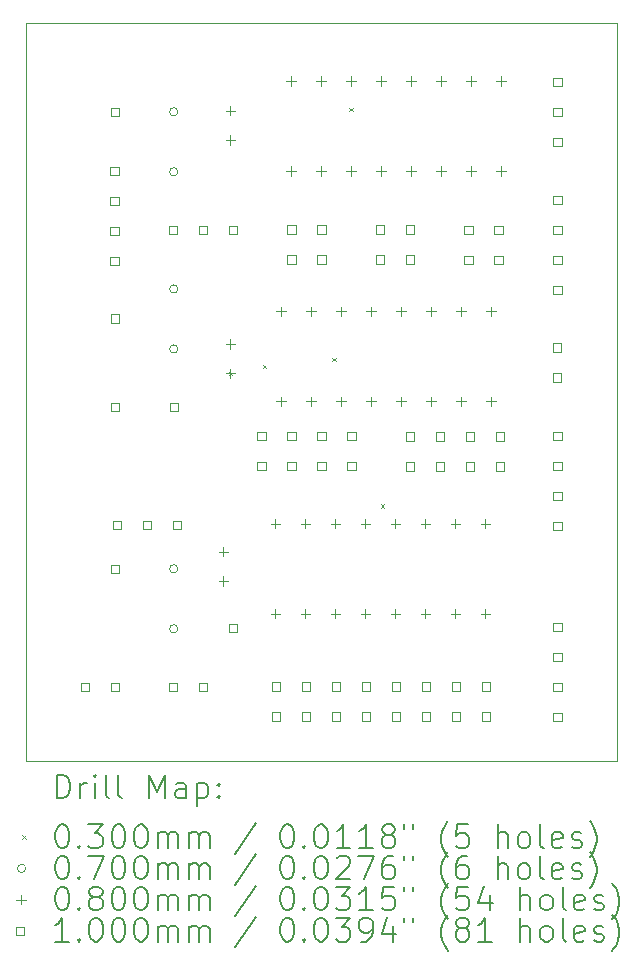
<source format=gbr>
%TF.GenerationSoftware,KiCad,Pcbnew,9.0.4*%
%TF.CreationDate,2025-09-25T20:50:39+02:00*%
%TF.ProjectId,switchboard,73776974-6368-4626-9f61-72642e6b6963,rev?*%
%TF.SameCoordinates,Original*%
%TF.FileFunction,Drillmap*%
%TF.FilePolarity,Positive*%
%FSLAX45Y45*%
G04 Gerber Fmt 4.5, Leading zero omitted, Abs format (unit mm)*
G04 Created by KiCad (PCBNEW 9.0.4) date 2025-09-25 20:50:39*
%MOMM*%
%LPD*%
G01*
G04 APERTURE LIST*
%ADD10C,0.050000*%
%ADD11C,0.200000*%
%ADD12C,0.100000*%
G04 APERTURE END LIST*
D10*
X6750000Y-6000000D02*
X11750000Y-6000000D01*
X11750000Y-12250000D01*
X6750000Y-12250000D01*
X6750000Y-6000000D01*
D11*
D12*
X8465000Y-8950000D02*
X8495000Y-8980000D01*
X8495000Y-8950000D02*
X8465000Y-8980000D01*
X8752190Y-8890750D02*
X8782190Y-8920750D01*
X8782190Y-8890750D02*
X8752190Y-8920750D01*
X9340670Y-8831110D02*
X9370670Y-8861110D01*
X9370670Y-8831110D02*
X9340670Y-8861110D01*
X9484690Y-6716720D02*
X9514690Y-6746720D01*
X9514690Y-6716720D02*
X9484690Y-6746720D01*
X9751940Y-10073480D02*
X9781940Y-10103480D01*
X9781940Y-10073480D02*
X9751940Y-10103480D01*
X8035000Y-6750000D02*
G75*
G02*
X7965000Y-6750000I-35000J0D01*
G01*
X7965000Y-6750000D02*
G75*
G02*
X8035000Y-6750000I35000J0D01*
G01*
X8035000Y-7258000D02*
G75*
G02*
X7965000Y-7258000I-35000J0D01*
G01*
X7965000Y-7258000D02*
G75*
G02*
X8035000Y-7258000I35000J0D01*
G01*
X8035000Y-8250000D02*
G75*
G02*
X7965000Y-8250000I-35000J0D01*
G01*
X7965000Y-8250000D02*
G75*
G02*
X8035000Y-8250000I35000J0D01*
G01*
X8035000Y-8758000D02*
G75*
G02*
X7965000Y-8758000I-35000J0D01*
G01*
X7965000Y-8758000D02*
G75*
G02*
X8035000Y-8758000I35000J0D01*
G01*
X8035000Y-10619500D02*
G75*
G02*
X7965000Y-10619500I-35000J0D01*
G01*
X7965000Y-10619500D02*
G75*
G02*
X8035000Y-10619500I35000J0D01*
G01*
X8035000Y-11127500D02*
G75*
G02*
X7965000Y-11127500I-35000J0D01*
G01*
X7965000Y-11127500D02*
G75*
G02*
X8035000Y-11127500I35000J0D01*
G01*
X8420000Y-10434500D02*
X8420000Y-10514500D01*
X8380000Y-10474500D02*
X8460000Y-10474500D01*
X8420000Y-10684500D02*
X8420000Y-10764500D01*
X8380000Y-10724500D02*
X8460000Y-10724500D01*
X8480000Y-6700000D02*
X8480000Y-6780000D01*
X8440000Y-6740000D02*
X8520000Y-6740000D01*
X8480000Y-6950000D02*
X8480000Y-7030000D01*
X8440000Y-6990000D02*
X8520000Y-6990000D01*
X8480000Y-8675000D02*
X8480000Y-8755000D01*
X8440000Y-8715000D02*
X8520000Y-8715000D01*
X8480000Y-8925000D02*
X8480000Y-9005000D01*
X8440000Y-8965000D02*
X8520000Y-8965000D01*
X8861000Y-10198000D02*
X8861000Y-10278000D01*
X8821000Y-10238000D02*
X8901000Y-10238000D01*
X8861000Y-10960000D02*
X8861000Y-11040000D01*
X8821000Y-11000000D02*
X8901000Y-11000000D01*
X8910000Y-8400000D02*
X8910000Y-8480000D01*
X8870000Y-8440000D02*
X8950000Y-8440000D01*
X8910000Y-9162000D02*
X8910000Y-9242000D01*
X8870000Y-9202000D02*
X8950000Y-9202000D01*
X8992000Y-6448000D02*
X8992000Y-6528000D01*
X8952000Y-6488000D02*
X9032000Y-6488000D01*
X8992000Y-7210000D02*
X8992000Y-7290000D01*
X8952000Y-7250000D02*
X9032000Y-7250000D01*
X9115000Y-10198000D02*
X9115000Y-10278000D01*
X9075000Y-10238000D02*
X9155000Y-10238000D01*
X9115000Y-10960000D02*
X9115000Y-11040000D01*
X9075000Y-11000000D02*
X9155000Y-11000000D01*
X9164000Y-8400000D02*
X9164000Y-8480000D01*
X9124000Y-8440000D02*
X9204000Y-8440000D01*
X9164000Y-9162000D02*
X9164000Y-9242000D01*
X9124000Y-9202000D02*
X9204000Y-9202000D01*
X9246000Y-6448000D02*
X9246000Y-6528000D01*
X9206000Y-6488000D02*
X9286000Y-6488000D01*
X9246000Y-7210000D02*
X9246000Y-7290000D01*
X9206000Y-7250000D02*
X9286000Y-7250000D01*
X9369000Y-10198000D02*
X9369000Y-10278000D01*
X9329000Y-10238000D02*
X9409000Y-10238000D01*
X9369000Y-10960000D02*
X9369000Y-11040000D01*
X9329000Y-11000000D02*
X9409000Y-11000000D01*
X9418000Y-8400000D02*
X9418000Y-8480000D01*
X9378000Y-8440000D02*
X9458000Y-8440000D01*
X9418000Y-9162000D02*
X9418000Y-9242000D01*
X9378000Y-9202000D02*
X9458000Y-9202000D01*
X9500000Y-6448000D02*
X9500000Y-6528000D01*
X9460000Y-6488000D02*
X9540000Y-6488000D01*
X9500000Y-7210000D02*
X9500000Y-7290000D01*
X9460000Y-7250000D02*
X9540000Y-7250000D01*
X9623000Y-10198000D02*
X9623000Y-10278000D01*
X9583000Y-10238000D02*
X9663000Y-10238000D01*
X9623000Y-10960000D02*
X9623000Y-11040000D01*
X9583000Y-11000000D02*
X9663000Y-11000000D01*
X9672000Y-8400000D02*
X9672000Y-8480000D01*
X9632000Y-8440000D02*
X9712000Y-8440000D01*
X9672000Y-9162000D02*
X9672000Y-9242000D01*
X9632000Y-9202000D02*
X9712000Y-9202000D01*
X9754000Y-6448000D02*
X9754000Y-6528000D01*
X9714000Y-6488000D02*
X9794000Y-6488000D01*
X9754000Y-7210000D02*
X9754000Y-7290000D01*
X9714000Y-7250000D02*
X9794000Y-7250000D01*
X9877000Y-10198000D02*
X9877000Y-10278000D01*
X9837000Y-10238000D02*
X9917000Y-10238000D01*
X9877000Y-10960000D02*
X9877000Y-11040000D01*
X9837000Y-11000000D02*
X9917000Y-11000000D01*
X9926000Y-8400000D02*
X9926000Y-8480000D01*
X9886000Y-8440000D02*
X9966000Y-8440000D01*
X9926000Y-9162000D02*
X9926000Y-9242000D01*
X9886000Y-9202000D02*
X9966000Y-9202000D01*
X10008000Y-6448000D02*
X10008000Y-6528000D01*
X9968000Y-6488000D02*
X10048000Y-6488000D01*
X10008000Y-7210000D02*
X10008000Y-7290000D01*
X9968000Y-7250000D02*
X10048000Y-7250000D01*
X10131000Y-10198000D02*
X10131000Y-10278000D01*
X10091000Y-10238000D02*
X10171000Y-10238000D01*
X10131000Y-10960000D02*
X10131000Y-11040000D01*
X10091000Y-11000000D02*
X10171000Y-11000000D01*
X10180000Y-8400000D02*
X10180000Y-8480000D01*
X10140000Y-8440000D02*
X10220000Y-8440000D01*
X10180000Y-9162000D02*
X10180000Y-9242000D01*
X10140000Y-9202000D02*
X10220000Y-9202000D01*
X10262000Y-6448000D02*
X10262000Y-6528000D01*
X10222000Y-6488000D02*
X10302000Y-6488000D01*
X10262000Y-7210000D02*
X10262000Y-7290000D01*
X10222000Y-7250000D02*
X10302000Y-7250000D01*
X10385000Y-10198000D02*
X10385000Y-10278000D01*
X10345000Y-10238000D02*
X10425000Y-10238000D01*
X10385000Y-10960000D02*
X10385000Y-11040000D01*
X10345000Y-11000000D02*
X10425000Y-11000000D01*
X10434000Y-8400000D02*
X10434000Y-8480000D01*
X10394000Y-8440000D02*
X10474000Y-8440000D01*
X10434000Y-9162000D02*
X10434000Y-9242000D01*
X10394000Y-9202000D02*
X10474000Y-9202000D01*
X10516000Y-6448000D02*
X10516000Y-6528000D01*
X10476000Y-6488000D02*
X10556000Y-6488000D01*
X10516000Y-7210000D02*
X10516000Y-7290000D01*
X10476000Y-7250000D02*
X10556000Y-7250000D01*
X10639000Y-10198000D02*
X10639000Y-10278000D01*
X10599000Y-10238000D02*
X10679000Y-10238000D01*
X10639000Y-10960000D02*
X10639000Y-11040000D01*
X10599000Y-11000000D02*
X10679000Y-11000000D01*
X10688000Y-8400000D02*
X10688000Y-8480000D01*
X10648000Y-8440000D02*
X10728000Y-8440000D01*
X10688000Y-9162000D02*
X10688000Y-9242000D01*
X10648000Y-9202000D02*
X10728000Y-9202000D01*
X10770000Y-6448000D02*
X10770000Y-6528000D01*
X10730000Y-6488000D02*
X10810000Y-6488000D01*
X10770000Y-7210000D02*
X10770000Y-7290000D01*
X10730000Y-7250000D02*
X10810000Y-7250000D01*
X7281356Y-11654856D02*
X7281356Y-11584144D01*
X7210644Y-11584144D01*
X7210644Y-11654856D01*
X7281356Y-11654856D01*
X7533436Y-7284516D02*
X7533436Y-7213804D01*
X7462724Y-7213804D01*
X7462724Y-7284516D01*
X7533436Y-7284516D01*
X7533436Y-7538516D02*
X7533436Y-7467804D01*
X7462724Y-7467804D01*
X7462724Y-7538516D01*
X7533436Y-7538516D01*
X7533436Y-7792516D02*
X7533436Y-7721804D01*
X7462724Y-7721804D01*
X7462724Y-7792516D01*
X7533436Y-7792516D01*
X7533436Y-8046516D02*
X7533436Y-7975804D01*
X7462724Y-7975804D01*
X7462724Y-8046516D01*
X7533436Y-8046516D01*
X7535356Y-6785356D02*
X7535356Y-6714644D01*
X7464644Y-6714644D01*
X7464644Y-6785356D01*
X7535356Y-6785356D01*
X7535356Y-8535356D02*
X7535356Y-8464644D01*
X7464644Y-8464644D01*
X7464644Y-8535356D01*
X7535356Y-8535356D01*
X7535356Y-9285356D02*
X7535356Y-9214644D01*
X7464644Y-9214644D01*
X7464644Y-9285356D01*
X7535356Y-9285356D01*
X7535356Y-10654856D02*
X7535356Y-10584144D01*
X7464644Y-10584144D01*
X7464644Y-10654856D01*
X7535356Y-10654856D01*
X7535356Y-11654856D02*
X7535356Y-11584144D01*
X7464644Y-11584144D01*
X7464644Y-11654856D01*
X7535356Y-11654856D01*
X7552356Y-10285356D02*
X7552356Y-10214644D01*
X7481644Y-10214644D01*
X7481644Y-10285356D01*
X7552356Y-10285356D01*
X7806356Y-10285356D02*
X7806356Y-10214644D01*
X7735644Y-10214644D01*
X7735644Y-10285356D01*
X7806356Y-10285356D01*
X8027356Y-7785356D02*
X8027356Y-7714644D01*
X7956644Y-7714644D01*
X7956644Y-7785356D01*
X8027356Y-7785356D01*
X8031356Y-11654856D02*
X8031356Y-11584144D01*
X7960644Y-11584144D01*
X7960644Y-11654856D01*
X8031356Y-11654856D01*
X8035356Y-9285356D02*
X8035356Y-9214644D01*
X7964644Y-9214644D01*
X7964644Y-9285356D01*
X8035356Y-9285356D01*
X8060356Y-10285356D02*
X8060356Y-10214644D01*
X7989644Y-10214644D01*
X7989644Y-10285356D01*
X8060356Y-10285356D01*
X8281356Y-7785356D02*
X8281356Y-7714644D01*
X8210644Y-7714644D01*
X8210644Y-7785356D01*
X8281356Y-7785356D01*
X8285356Y-11654856D02*
X8285356Y-11584144D01*
X8214644Y-11584144D01*
X8214644Y-11654856D01*
X8285356Y-11654856D01*
X8535356Y-7785356D02*
X8535356Y-7714644D01*
X8464644Y-7714644D01*
X8464644Y-7785356D01*
X8535356Y-7785356D01*
X8535356Y-11154856D02*
X8535356Y-11084144D01*
X8464644Y-11084144D01*
X8464644Y-11154856D01*
X8535356Y-11154856D01*
X8777356Y-9531356D02*
X8777356Y-9460644D01*
X8706644Y-9460644D01*
X8706644Y-9531356D01*
X8777356Y-9531356D01*
X8777356Y-9785356D02*
X8777356Y-9714644D01*
X8706644Y-9714644D01*
X8706644Y-9785356D01*
X8777356Y-9785356D01*
X8901356Y-11650856D02*
X8901356Y-11580144D01*
X8830644Y-11580144D01*
X8830644Y-11650856D01*
X8901356Y-11650856D01*
X8901356Y-11904856D02*
X8901356Y-11834144D01*
X8830644Y-11834144D01*
X8830644Y-11904856D01*
X8901356Y-11904856D01*
X9031356Y-7781356D02*
X9031356Y-7710644D01*
X8960644Y-7710644D01*
X8960644Y-7781356D01*
X9031356Y-7781356D01*
X9031356Y-8035356D02*
X9031356Y-7964644D01*
X8960644Y-7964644D01*
X8960644Y-8035356D01*
X9031356Y-8035356D01*
X9031356Y-9531356D02*
X9031356Y-9460644D01*
X8960644Y-9460644D01*
X8960644Y-9531356D01*
X9031356Y-9531356D01*
X9031356Y-9785356D02*
X9031356Y-9714644D01*
X8960644Y-9714644D01*
X8960644Y-9785356D01*
X9031356Y-9785356D01*
X9155356Y-11650856D02*
X9155356Y-11580144D01*
X9084644Y-11580144D01*
X9084644Y-11650856D01*
X9155356Y-11650856D01*
X9155356Y-11904856D02*
X9155356Y-11834144D01*
X9084644Y-11834144D01*
X9084644Y-11904856D01*
X9155356Y-11904856D01*
X9285356Y-7781356D02*
X9285356Y-7710644D01*
X9214644Y-7710644D01*
X9214644Y-7781356D01*
X9285356Y-7781356D01*
X9285356Y-8035356D02*
X9285356Y-7964644D01*
X9214644Y-7964644D01*
X9214644Y-8035356D01*
X9285356Y-8035356D01*
X9285356Y-9531356D02*
X9285356Y-9460644D01*
X9214644Y-9460644D01*
X9214644Y-9531356D01*
X9285356Y-9531356D01*
X9285356Y-9785356D02*
X9285356Y-9714644D01*
X9214644Y-9714644D01*
X9214644Y-9785356D01*
X9285356Y-9785356D01*
X9409356Y-11650856D02*
X9409356Y-11580144D01*
X9338644Y-11580144D01*
X9338644Y-11650856D01*
X9409356Y-11650856D01*
X9409356Y-11904856D02*
X9409356Y-11834144D01*
X9338644Y-11834144D01*
X9338644Y-11904856D01*
X9409356Y-11904856D01*
X9539356Y-9531356D02*
X9539356Y-9460644D01*
X9468644Y-9460644D01*
X9468644Y-9531356D01*
X9539356Y-9531356D01*
X9539356Y-9785356D02*
X9539356Y-9714644D01*
X9468644Y-9714644D01*
X9468644Y-9785356D01*
X9539356Y-9785356D01*
X9663356Y-11650856D02*
X9663356Y-11580144D01*
X9592644Y-11580144D01*
X9592644Y-11650856D01*
X9663356Y-11650856D01*
X9663356Y-11904856D02*
X9663356Y-11834144D01*
X9592644Y-11834144D01*
X9592644Y-11904856D01*
X9663356Y-11904856D01*
X9781356Y-7781356D02*
X9781356Y-7710644D01*
X9710644Y-7710644D01*
X9710644Y-7781356D01*
X9781356Y-7781356D01*
X9781356Y-8035356D02*
X9781356Y-7964644D01*
X9710644Y-7964644D01*
X9710644Y-8035356D01*
X9781356Y-8035356D01*
X9917356Y-11650856D02*
X9917356Y-11580144D01*
X9846644Y-11580144D01*
X9846644Y-11650856D01*
X9917356Y-11650856D01*
X9917356Y-11904856D02*
X9917356Y-11834144D01*
X9846644Y-11834144D01*
X9846644Y-11904856D01*
X9917356Y-11904856D01*
X10035356Y-7781356D02*
X10035356Y-7710644D01*
X9964644Y-7710644D01*
X9964644Y-7781356D01*
X10035356Y-7781356D01*
X10035356Y-8035356D02*
X10035356Y-7964644D01*
X9964644Y-7964644D01*
X9964644Y-8035356D01*
X10035356Y-8035356D01*
X10035356Y-9535356D02*
X10035356Y-9464644D01*
X9964644Y-9464644D01*
X9964644Y-9535356D01*
X10035356Y-9535356D01*
X10035356Y-9789356D02*
X10035356Y-9718644D01*
X9964644Y-9718644D01*
X9964644Y-9789356D01*
X10035356Y-9789356D01*
X10171356Y-11650856D02*
X10171356Y-11580144D01*
X10100644Y-11580144D01*
X10100644Y-11650856D01*
X10171356Y-11650856D01*
X10171356Y-11904856D02*
X10171356Y-11834144D01*
X10100644Y-11834144D01*
X10100644Y-11904856D01*
X10171356Y-11904856D01*
X10289356Y-9535356D02*
X10289356Y-9464644D01*
X10218644Y-9464644D01*
X10218644Y-9535356D01*
X10289356Y-9535356D01*
X10289356Y-9789356D02*
X10289356Y-9718644D01*
X10218644Y-9718644D01*
X10218644Y-9789356D01*
X10289356Y-9789356D01*
X10425356Y-11650856D02*
X10425356Y-11580144D01*
X10354644Y-11580144D01*
X10354644Y-11650856D01*
X10425356Y-11650856D01*
X10425356Y-11904856D02*
X10425356Y-11834144D01*
X10354644Y-11834144D01*
X10354644Y-11904856D01*
X10425356Y-11904856D01*
X10531356Y-7785356D02*
X10531356Y-7714644D01*
X10460644Y-7714644D01*
X10460644Y-7785356D01*
X10531356Y-7785356D01*
X10531356Y-8039356D02*
X10531356Y-7968644D01*
X10460644Y-7968644D01*
X10460644Y-8039356D01*
X10531356Y-8039356D01*
X10543356Y-9535356D02*
X10543356Y-9464644D01*
X10472644Y-9464644D01*
X10472644Y-9535356D01*
X10543356Y-9535356D01*
X10543356Y-9789356D02*
X10543356Y-9718644D01*
X10472644Y-9718644D01*
X10472644Y-9789356D01*
X10543356Y-9789356D01*
X10679356Y-11650856D02*
X10679356Y-11580144D01*
X10608644Y-11580144D01*
X10608644Y-11650856D01*
X10679356Y-11650856D01*
X10679356Y-11904856D02*
X10679356Y-11834144D01*
X10608644Y-11834144D01*
X10608644Y-11904856D01*
X10679356Y-11904856D01*
X10785356Y-7785356D02*
X10785356Y-7714644D01*
X10714644Y-7714644D01*
X10714644Y-7785356D01*
X10785356Y-7785356D01*
X10785356Y-8039356D02*
X10785356Y-7968644D01*
X10714644Y-7968644D01*
X10714644Y-8039356D01*
X10785356Y-8039356D01*
X10797356Y-9535356D02*
X10797356Y-9464644D01*
X10726644Y-9464644D01*
X10726644Y-9535356D01*
X10797356Y-9535356D01*
X10797356Y-9789356D02*
X10797356Y-9718644D01*
X10726644Y-9718644D01*
X10726644Y-9789356D01*
X10797356Y-9789356D01*
X11281356Y-8781356D02*
X11281356Y-8710644D01*
X11210644Y-8710644D01*
X11210644Y-8781356D01*
X11281356Y-8781356D01*
X11281356Y-9035356D02*
X11281356Y-8964644D01*
X11210644Y-8964644D01*
X11210644Y-9035356D01*
X11281356Y-9035356D01*
X11285356Y-6535356D02*
X11285356Y-6464644D01*
X11214644Y-6464644D01*
X11214644Y-6535356D01*
X11285356Y-6535356D01*
X11285356Y-6789356D02*
X11285356Y-6718644D01*
X11214644Y-6718644D01*
X11214644Y-6789356D01*
X11285356Y-6789356D01*
X11285356Y-7043356D02*
X11285356Y-6972644D01*
X11214644Y-6972644D01*
X11214644Y-7043356D01*
X11285356Y-7043356D01*
X11285356Y-7531356D02*
X11285356Y-7460644D01*
X11214644Y-7460644D01*
X11214644Y-7531356D01*
X11285356Y-7531356D01*
X11285356Y-7785356D02*
X11285356Y-7714644D01*
X11214644Y-7714644D01*
X11214644Y-7785356D01*
X11285356Y-7785356D01*
X11285356Y-8039356D02*
X11285356Y-7968644D01*
X11214644Y-7968644D01*
X11214644Y-8039356D01*
X11285356Y-8039356D01*
X11285356Y-8293356D02*
X11285356Y-8222644D01*
X11214644Y-8222644D01*
X11214644Y-8293356D01*
X11285356Y-8293356D01*
X11285356Y-9531356D02*
X11285356Y-9460644D01*
X11214644Y-9460644D01*
X11214644Y-9531356D01*
X11285356Y-9531356D01*
X11285356Y-9785356D02*
X11285356Y-9714644D01*
X11214644Y-9714644D01*
X11214644Y-9785356D01*
X11285356Y-9785356D01*
X11285356Y-10039356D02*
X11285356Y-9968644D01*
X11214644Y-9968644D01*
X11214644Y-10039356D01*
X11285356Y-10039356D01*
X11285356Y-10293356D02*
X11285356Y-10222644D01*
X11214644Y-10222644D01*
X11214644Y-10293356D01*
X11285356Y-10293356D01*
X11285356Y-11146856D02*
X11285356Y-11076144D01*
X11214644Y-11076144D01*
X11214644Y-11146856D01*
X11285356Y-11146856D01*
X11285356Y-11400856D02*
X11285356Y-11330144D01*
X11214644Y-11330144D01*
X11214644Y-11400856D01*
X11285356Y-11400856D01*
X11285356Y-11654856D02*
X11285356Y-11584144D01*
X11214644Y-11584144D01*
X11214644Y-11654856D01*
X11285356Y-11654856D01*
X11285356Y-11908856D02*
X11285356Y-11838144D01*
X11214644Y-11838144D01*
X11214644Y-11908856D01*
X11285356Y-11908856D01*
D11*
X7008277Y-12563984D02*
X7008277Y-12363984D01*
X7008277Y-12363984D02*
X7055896Y-12363984D01*
X7055896Y-12363984D02*
X7084467Y-12373508D01*
X7084467Y-12373508D02*
X7103515Y-12392555D01*
X7103515Y-12392555D02*
X7113039Y-12411603D01*
X7113039Y-12411603D02*
X7122562Y-12449698D01*
X7122562Y-12449698D02*
X7122562Y-12478269D01*
X7122562Y-12478269D02*
X7113039Y-12516365D01*
X7113039Y-12516365D02*
X7103515Y-12535412D01*
X7103515Y-12535412D02*
X7084467Y-12554460D01*
X7084467Y-12554460D02*
X7055896Y-12563984D01*
X7055896Y-12563984D02*
X7008277Y-12563984D01*
X7208277Y-12563984D02*
X7208277Y-12430650D01*
X7208277Y-12468746D02*
X7217801Y-12449698D01*
X7217801Y-12449698D02*
X7227324Y-12440174D01*
X7227324Y-12440174D02*
X7246372Y-12430650D01*
X7246372Y-12430650D02*
X7265420Y-12430650D01*
X7332086Y-12563984D02*
X7332086Y-12430650D01*
X7332086Y-12363984D02*
X7322562Y-12373508D01*
X7322562Y-12373508D02*
X7332086Y-12383031D01*
X7332086Y-12383031D02*
X7341610Y-12373508D01*
X7341610Y-12373508D02*
X7332086Y-12363984D01*
X7332086Y-12363984D02*
X7332086Y-12383031D01*
X7455896Y-12563984D02*
X7436848Y-12554460D01*
X7436848Y-12554460D02*
X7427324Y-12535412D01*
X7427324Y-12535412D02*
X7427324Y-12363984D01*
X7560658Y-12563984D02*
X7541610Y-12554460D01*
X7541610Y-12554460D02*
X7532086Y-12535412D01*
X7532086Y-12535412D02*
X7532086Y-12363984D01*
X7789229Y-12563984D02*
X7789229Y-12363984D01*
X7789229Y-12363984D02*
X7855896Y-12506841D01*
X7855896Y-12506841D02*
X7922562Y-12363984D01*
X7922562Y-12363984D02*
X7922562Y-12563984D01*
X8103515Y-12563984D02*
X8103515Y-12459222D01*
X8103515Y-12459222D02*
X8093991Y-12440174D01*
X8093991Y-12440174D02*
X8074943Y-12430650D01*
X8074943Y-12430650D02*
X8036848Y-12430650D01*
X8036848Y-12430650D02*
X8017801Y-12440174D01*
X8103515Y-12554460D02*
X8084467Y-12563984D01*
X8084467Y-12563984D02*
X8036848Y-12563984D01*
X8036848Y-12563984D02*
X8017801Y-12554460D01*
X8017801Y-12554460D02*
X8008277Y-12535412D01*
X8008277Y-12535412D02*
X8008277Y-12516365D01*
X8008277Y-12516365D02*
X8017801Y-12497317D01*
X8017801Y-12497317D02*
X8036848Y-12487793D01*
X8036848Y-12487793D02*
X8084467Y-12487793D01*
X8084467Y-12487793D02*
X8103515Y-12478269D01*
X8198753Y-12430650D02*
X8198753Y-12630650D01*
X8198753Y-12440174D02*
X8217801Y-12430650D01*
X8217801Y-12430650D02*
X8255896Y-12430650D01*
X8255896Y-12430650D02*
X8274943Y-12440174D01*
X8274943Y-12440174D02*
X8284467Y-12449698D01*
X8284467Y-12449698D02*
X8293991Y-12468746D01*
X8293991Y-12468746D02*
X8293991Y-12525888D01*
X8293991Y-12525888D02*
X8284467Y-12544936D01*
X8284467Y-12544936D02*
X8274943Y-12554460D01*
X8274943Y-12554460D02*
X8255896Y-12563984D01*
X8255896Y-12563984D02*
X8217801Y-12563984D01*
X8217801Y-12563984D02*
X8198753Y-12554460D01*
X8379705Y-12544936D02*
X8389229Y-12554460D01*
X8389229Y-12554460D02*
X8379705Y-12563984D01*
X8379705Y-12563984D02*
X8370182Y-12554460D01*
X8370182Y-12554460D02*
X8379705Y-12544936D01*
X8379705Y-12544936D02*
X8379705Y-12563984D01*
X8379705Y-12440174D02*
X8389229Y-12449698D01*
X8389229Y-12449698D02*
X8379705Y-12459222D01*
X8379705Y-12459222D02*
X8370182Y-12449698D01*
X8370182Y-12449698D02*
X8379705Y-12440174D01*
X8379705Y-12440174D02*
X8379705Y-12459222D01*
D12*
X6717500Y-12877500D02*
X6747500Y-12907500D01*
X6747500Y-12877500D02*
X6717500Y-12907500D01*
D11*
X7046372Y-12783984D02*
X7065420Y-12783984D01*
X7065420Y-12783984D02*
X7084467Y-12793508D01*
X7084467Y-12793508D02*
X7093991Y-12803031D01*
X7093991Y-12803031D02*
X7103515Y-12822079D01*
X7103515Y-12822079D02*
X7113039Y-12860174D01*
X7113039Y-12860174D02*
X7113039Y-12907793D01*
X7113039Y-12907793D02*
X7103515Y-12945888D01*
X7103515Y-12945888D02*
X7093991Y-12964936D01*
X7093991Y-12964936D02*
X7084467Y-12974460D01*
X7084467Y-12974460D02*
X7065420Y-12983984D01*
X7065420Y-12983984D02*
X7046372Y-12983984D01*
X7046372Y-12983984D02*
X7027324Y-12974460D01*
X7027324Y-12974460D02*
X7017801Y-12964936D01*
X7017801Y-12964936D02*
X7008277Y-12945888D01*
X7008277Y-12945888D02*
X6998753Y-12907793D01*
X6998753Y-12907793D02*
X6998753Y-12860174D01*
X6998753Y-12860174D02*
X7008277Y-12822079D01*
X7008277Y-12822079D02*
X7017801Y-12803031D01*
X7017801Y-12803031D02*
X7027324Y-12793508D01*
X7027324Y-12793508D02*
X7046372Y-12783984D01*
X7198753Y-12964936D02*
X7208277Y-12974460D01*
X7208277Y-12974460D02*
X7198753Y-12983984D01*
X7198753Y-12983984D02*
X7189229Y-12974460D01*
X7189229Y-12974460D02*
X7198753Y-12964936D01*
X7198753Y-12964936D02*
X7198753Y-12983984D01*
X7274943Y-12783984D02*
X7398753Y-12783984D01*
X7398753Y-12783984D02*
X7332086Y-12860174D01*
X7332086Y-12860174D02*
X7360658Y-12860174D01*
X7360658Y-12860174D02*
X7379705Y-12869698D01*
X7379705Y-12869698D02*
X7389229Y-12879222D01*
X7389229Y-12879222D02*
X7398753Y-12898269D01*
X7398753Y-12898269D02*
X7398753Y-12945888D01*
X7398753Y-12945888D02*
X7389229Y-12964936D01*
X7389229Y-12964936D02*
X7379705Y-12974460D01*
X7379705Y-12974460D02*
X7360658Y-12983984D01*
X7360658Y-12983984D02*
X7303515Y-12983984D01*
X7303515Y-12983984D02*
X7284467Y-12974460D01*
X7284467Y-12974460D02*
X7274943Y-12964936D01*
X7522562Y-12783984D02*
X7541610Y-12783984D01*
X7541610Y-12783984D02*
X7560658Y-12793508D01*
X7560658Y-12793508D02*
X7570182Y-12803031D01*
X7570182Y-12803031D02*
X7579705Y-12822079D01*
X7579705Y-12822079D02*
X7589229Y-12860174D01*
X7589229Y-12860174D02*
X7589229Y-12907793D01*
X7589229Y-12907793D02*
X7579705Y-12945888D01*
X7579705Y-12945888D02*
X7570182Y-12964936D01*
X7570182Y-12964936D02*
X7560658Y-12974460D01*
X7560658Y-12974460D02*
X7541610Y-12983984D01*
X7541610Y-12983984D02*
X7522562Y-12983984D01*
X7522562Y-12983984D02*
X7503515Y-12974460D01*
X7503515Y-12974460D02*
X7493991Y-12964936D01*
X7493991Y-12964936D02*
X7484467Y-12945888D01*
X7484467Y-12945888D02*
X7474943Y-12907793D01*
X7474943Y-12907793D02*
X7474943Y-12860174D01*
X7474943Y-12860174D02*
X7484467Y-12822079D01*
X7484467Y-12822079D02*
X7493991Y-12803031D01*
X7493991Y-12803031D02*
X7503515Y-12793508D01*
X7503515Y-12793508D02*
X7522562Y-12783984D01*
X7713039Y-12783984D02*
X7732086Y-12783984D01*
X7732086Y-12783984D02*
X7751134Y-12793508D01*
X7751134Y-12793508D02*
X7760658Y-12803031D01*
X7760658Y-12803031D02*
X7770182Y-12822079D01*
X7770182Y-12822079D02*
X7779705Y-12860174D01*
X7779705Y-12860174D02*
X7779705Y-12907793D01*
X7779705Y-12907793D02*
X7770182Y-12945888D01*
X7770182Y-12945888D02*
X7760658Y-12964936D01*
X7760658Y-12964936D02*
X7751134Y-12974460D01*
X7751134Y-12974460D02*
X7732086Y-12983984D01*
X7732086Y-12983984D02*
X7713039Y-12983984D01*
X7713039Y-12983984D02*
X7693991Y-12974460D01*
X7693991Y-12974460D02*
X7684467Y-12964936D01*
X7684467Y-12964936D02*
X7674943Y-12945888D01*
X7674943Y-12945888D02*
X7665420Y-12907793D01*
X7665420Y-12907793D02*
X7665420Y-12860174D01*
X7665420Y-12860174D02*
X7674943Y-12822079D01*
X7674943Y-12822079D02*
X7684467Y-12803031D01*
X7684467Y-12803031D02*
X7693991Y-12793508D01*
X7693991Y-12793508D02*
X7713039Y-12783984D01*
X7865420Y-12983984D02*
X7865420Y-12850650D01*
X7865420Y-12869698D02*
X7874943Y-12860174D01*
X7874943Y-12860174D02*
X7893991Y-12850650D01*
X7893991Y-12850650D02*
X7922563Y-12850650D01*
X7922563Y-12850650D02*
X7941610Y-12860174D01*
X7941610Y-12860174D02*
X7951134Y-12879222D01*
X7951134Y-12879222D02*
X7951134Y-12983984D01*
X7951134Y-12879222D02*
X7960658Y-12860174D01*
X7960658Y-12860174D02*
X7979705Y-12850650D01*
X7979705Y-12850650D02*
X8008277Y-12850650D01*
X8008277Y-12850650D02*
X8027324Y-12860174D01*
X8027324Y-12860174D02*
X8036848Y-12879222D01*
X8036848Y-12879222D02*
X8036848Y-12983984D01*
X8132086Y-12983984D02*
X8132086Y-12850650D01*
X8132086Y-12869698D02*
X8141610Y-12860174D01*
X8141610Y-12860174D02*
X8160658Y-12850650D01*
X8160658Y-12850650D02*
X8189229Y-12850650D01*
X8189229Y-12850650D02*
X8208277Y-12860174D01*
X8208277Y-12860174D02*
X8217801Y-12879222D01*
X8217801Y-12879222D02*
X8217801Y-12983984D01*
X8217801Y-12879222D02*
X8227324Y-12860174D01*
X8227324Y-12860174D02*
X8246372Y-12850650D01*
X8246372Y-12850650D02*
X8274943Y-12850650D01*
X8274943Y-12850650D02*
X8293991Y-12860174D01*
X8293991Y-12860174D02*
X8303515Y-12879222D01*
X8303515Y-12879222D02*
X8303515Y-12983984D01*
X8693991Y-12774460D02*
X8522563Y-13031603D01*
X8951134Y-12783984D02*
X8970182Y-12783984D01*
X8970182Y-12783984D02*
X8989229Y-12793508D01*
X8989229Y-12793508D02*
X8998753Y-12803031D01*
X8998753Y-12803031D02*
X9008277Y-12822079D01*
X9008277Y-12822079D02*
X9017801Y-12860174D01*
X9017801Y-12860174D02*
X9017801Y-12907793D01*
X9017801Y-12907793D02*
X9008277Y-12945888D01*
X9008277Y-12945888D02*
X8998753Y-12964936D01*
X8998753Y-12964936D02*
X8989229Y-12974460D01*
X8989229Y-12974460D02*
X8970182Y-12983984D01*
X8970182Y-12983984D02*
X8951134Y-12983984D01*
X8951134Y-12983984D02*
X8932087Y-12974460D01*
X8932087Y-12974460D02*
X8922563Y-12964936D01*
X8922563Y-12964936D02*
X8913039Y-12945888D01*
X8913039Y-12945888D02*
X8903515Y-12907793D01*
X8903515Y-12907793D02*
X8903515Y-12860174D01*
X8903515Y-12860174D02*
X8913039Y-12822079D01*
X8913039Y-12822079D02*
X8922563Y-12803031D01*
X8922563Y-12803031D02*
X8932087Y-12793508D01*
X8932087Y-12793508D02*
X8951134Y-12783984D01*
X9103515Y-12964936D02*
X9113039Y-12974460D01*
X9113039Y-12974460D02*
X9103515Y-12983984D01*
X9103515Y-12983984D02*
X9093991Y-12974460D01*
X9093991Y-12974460D02*
X9103515Y-12964936D01*
X9103515Y-12964936D02*
X9103515Y-12983984D01*
X9236848Y-12783984D02*
X9255896Y-12783984D01*
X9255896Y-12783984D02*
X9274944Y-12793508D01*
X9274944Y-12793508D02*
X9284468Y-12803031D01*
X9284468Y-12803031D02*
X9293991Y-12822079D01*
X9293991Y-12822079D02*
X9303515Y-12860174D01*
X9303515Y-12860174D02*
X9303515Y-12907793D01*
X9303515Y-12907793D02*
X9293991Y-12945888D01*
X9293991Y-12945888D02*
X9284468Y-12964936D01*
X9284468Y-12964936D02*
X9274944Y-12974460D01*
X9274944Y-12974460D02*
X9255896Y-12983984D01*
X9255896Y-12983984D02*
X9236848Y-12983984D01*
X9236848Y-12983984D02*
X9217801Y-12974460D01*
X9217801Y-12974460D02*
X9208277Y-12964936D01*
X9208277Y-12964936D02*
X9198753Y-12945888D01*
X9198753Y-12945888D02*
X9189229Y-12907793D01*
X9189229Y-12907793D02*
X9189229Y-12860174D01*
X9189229Y-12860174D02*
X9198753Y-12822079D01*
X9198753Y-12822079D02*
X9208277Y-12803031D01*
X9208277Y-12803031D02*
X9217801Y-12793508D01*
X9217801Y-12793508D02*
X9236848Y-12783984D01*
X9493991Y-12983984D02*
X9379706Y-12983984D01*
X9436848Y-12983984D02*
X9436848Y-12783984D01*
X9436848Y-12783984D02*
X9417801Y-12812555D01*
X9417801Y-12812555D02*
X9398753Y-12831603D01*
X9398753Y-12831603D02*
X9379706Y-12841127D01*
X9684468Y-12983984D02*
X9570182Y-12983984D01*
X9627325Y-12983984D02*
X9627325Y-12783984D01*
X9627325Y-12783984D02*
X9608277Y-12812555D01*
X9608277Y-12812555D02*
X9589229Y-12831603D01*
X9589229Y-12831603D02*
X9570182Y-12841127D01*
X9798753Y-12869698D02*
X9779706Y-12860174D01*
X9779706Y-12860174D02*
X9770182Y-12850650D01*
X9770182Y-12850650D02*
X9760658Y-12831603D01*
X9760658Y-12831603D02*
X9760658Y-12822079D01*
X9760658Y-12822079D02*
X9770182Y-12803031D01*
X9770182Y-12803031D02*
X9779706Y-12793508D01*
X9779706Y-12793508D02*
X9798753Y-12783984D01*
X9798753Y-12783984D02*
X9836849Y-12783984D01*
X9836849Y-12783984D02*
X9855896Y-12793508D01*
X9855896Y-12793508D02*
X9865420Y-12803031D01*
X9865420Y-12803031D02*
X9874944Y-12822079D01*
X9874944Y-12822079D02*
X9874944Y-12831603D01*
X9874944Y-12831603D02*
X9865420Y-12850650D01*
X9865420Y-12850650D02*
X9855896Y-12860174D01*
X9855896Y-12860174D02*
X9836849Y-12869698D01*
X9836849Y-12869698D02*
X9798753Y-12869698D01*
X9798753Y-12869698D02*
X9779706Y-12879222D01*
X9779706Y-12879222D02*
X9770182Y-12888746D01*
X9770182Y-12888746D02*
X9760658Y-12907793D01*
X9760658Y-12907793D02*
X9760658Y-12945888D01*
X9760658Y-12945888D02*
X9770182Y-12964936D01*
X9770182Y-12964936D02*
X9779706Y-12974460D01*
X9779706Y-12974460D02*
X9798753Y-12983984D01*
X9798753Y-12983984D02*
X9836849Y-12983984D01*
X9836849Y-12983984D02*
X9855896Y-12974460D01*
X9855896Y-12974460D02*
X9865420Y-12964936D01*
X9865420Y-12964936D02*
X9874944Y-12945888D01*
X9874944Y-12945888D02*
X9874944Y-12907793D01*
X9874944Y-12907793D02*
X9865420Y-12888746D01*
X9865420Y-12888746D02*
X9855896Y-12879222D01*
X9855896Y-12879222D02*
X9836849Y-12869698D01*
X9951134Y-12783984D02*
X9951134Y-12822079D01*
X10027325Y-12783984D02*
X10027325Y-12822079D01*
X10322563Y-13060174D02*
X10313039Y-13050650D01*
X10313039Y-13050650D02*
X10293991Y-13022079D01*
X10293991Y-13022079D02*
X10284468Y-13003031D01*
X10284468Y-13003031D02*
X10274944Y-12974460D01*
X10274944Y-12974460D02*
X10265420Y-12926841D01*
X10265420Y-12926841D02*
X10265420Y-12888746D01*
X10265420Y-12888746D02*
X10274944Y-12841127D01*
X10274944Y-12841127D02*
X10284468Y-12812555D01*
X10284468Y-12812555D02*
X10293991Y-12793508D01*
X10293991Y-12793508D02*
X10313039Y-12764936D01*
X10313039Y-12764936D02*
X10322563Y-12755412D01*
X10493991Y-12783984D02*
X10398753Y-12783984D01*
X10398753Y-12783984D02*
X10389230Y-12879222D01*
X10389230Y-12879222D02*
X10398753Y-12869698D01*
X10398753Y-12869698D02*
X10417801Y-12860174D01*
X10417801Y-12860174D02*
X10465420Y-12860174D01*
X10465420Y-12860174D02*
X10484468Y-12869698D01*
X10484468Y-12869698D02*
X10493991Y-12879222D01*
X10493991Y-12879222D02*
X10503515Y-12898269D01*
X10503515Y-12898269D02*
X10503515Y-12945888D01*
X10503515Y-12945888D02*
X10493991Y-12964936D01*
X10493991Y-12964936D02*
X10484468Y-12974460D01*
X10484468Y-12974460D02*
X10465420Y-12983984D01*
X10465420Y-12983984D02*
X10417801Y-12983984D01*
X10417801Y-12983984D02*
X10398753Y-12974460D01*
X10398753Y-12974460D02*
X10389230Y-12964936D01*
X10741611Y-12983984D02*
X10741611Y-12783984D01*
X10827325Y-12983984D02*
X10827325Y-12879222D01*
X10827325Y-12879222D02*
X10817801Y-12860174D01*
X10817801Y-12860174D02*
X10798753Y-12850650D01*
X10798753Y-12850650D02*
X10770182Y-12850650D01*
X10770182Y-12850650D02*
X10751134Y-12860174D01*
X10751134Y-12860174D02*
X10741611Y-12869698D01*
X10951134Y-12983984D02*
X10932087Y-12974460D01*
X10932087Y-12974460D02*
X10922563Y-12964936D01*
X10922563Y-12964936D02*
X10913039Y-12945888D01*
X10913039Y-12945888D02*
X10913039Y-12888746D01*
X10913039Y-12888746D02*
X10922563Y-12869698D01*
X10922563Y-12869698D02*
X10932087Y-12860174D01*
X10932087Y-12860174D02*
X10951134Y-12850650D01*
X10951134Y-12850650D02*
X10979706Y-12850650D01*
X10979706Y-12850650D02*
X10998753Y-12860174D01*
X10998753Y-12860174D02*
X11008277Y-12869698D01*
X11008277Y-12869698D02*
X11017801Y-12888746D01*
X11017801Y-12888746D02*
X11017801Y-12945888D01*
X11017801Y-12945888D02*
X11008277Y-12964936D01*
X11008277Y-12964936D02*
X10998753Y-12974460D01*
X10998753Y-12974460D02*
X10979706Y-12983984D01*
X10979706Y-12983984D02*
X10951134Y-12983984D01*
X11132087Y-12983984D02*
X11113039Y-12974460D01*
X11113039Y-12974460D02*
X11103515Y-12955412D01*
X11103515Y-12955412D02*
X11103515Y-12783984D01*
X11284468Y-12974460D02*
X11265420Y-12983984D01*
X11265420Y-12983984D02*
X11227325Y-12983984D01*
X11227325Y-12983984D02*
X11208277Y-12974460D01*
X11208277Y-12974460D02*
X11198753Y-12955412D01*
X11198753Y-12955412D02*
X11198753Y-12879222D01*
X11198753Y-12879222D02*
X11208277Y-12860174D01*
X11208277Y-12860174D02*
X11227325Y-12850650D01*
X11227325Y-12850650D02*
X11265420Y-12850650D01*
X11265420Y-12850650D02*
X11284468Y-12860174D01*
X11284468Y-12860174D02*
X11293991Y-12879222D01*
X11293991Y-12879222D02*
X11293991Y-12898269D01*
X11293991Y-12898269D02*
X11198753Y-12917317D01*
X11370182Y-12974460D02*
X11389230Y-12983984D01*
X11389230Y-12983984D02*
X11427325Y-12983984D01*
X11427325Y-12983984D02*
X11446372Y-12974460D01*
X11446372Y-12974460D02*
X11455896Y-12955412D01*
X11455896Y-12955412D02*
X11455896Y-12945888D01*
X11455896Y-12945888D02*
X11446372Y-12926841D01*
X11446372Y-12926841D02*
X11427325Y-12917317D01*
X11427325Y-12917317D02*
X11398753Y-12917317D01*
X11398753Y-12917317D02*
X11379706Y-12907793D01*
X11379706Y-12907793D02*
X11370182Y-12888746D01*
X11370182Y-12888746D02*
X11370182Y-12879222D01*
X11370182Y-12879222D02*
X11379706Y-12860174D01*
X11379706Y-12860174D02*
X11398753Y-12850650D01*
X11398753Y-12850650D02*
X11427325Y-12850650D01*
X11427325Y-12850650D02*
X11446372Y-12860174D01*
X11522563Y-13060174D02*
X11532087Y-13050650D01*
X11532087Y-13050650D02*
X11551134Y-13022079D01*
X11551134Y-13022079D02*
X11560658Y-13003031D01*
X11560658Y-13003031D02*
X11570182Y-12974460D01*
X11570182Y-12974460D02*
X11579706Y-12926841D01*
X11579706Y-12926841D02*
X11579706Y-12888746D01*
X11579706Y-12888746D02*
X11570182Y-12841127D01*
X11570182Y-12841127D02*
X11560658Y-12812555D01*
X11560658Y-12812555D02*
X11551134Y-12793508D01*
X11551134Y-12793508D02*
X11532087Y-12764936D01*
X11532087Y-12764936D02*
X11522563Y-12755412D01*
D12*
X6747500Y-13156500D02*
G75*
G02*
X6677500Y-13156500I-35000J0D01*
G01*
X6677500Y-13156500D02*
G75*
G02*
X6747500Y-13156500I35000J0D01*
G01*
D11*
X7046372Y-13047984D02*
X7065420Y-13047984D01*
X7065420Y-13047984D02*
X7084467Y-13057508D01*
X7084467Y-13057508D02*
X7093991Y-13067031D01*
X7093991Y-13067031D02*
X7103515Y-13086079D01*
X7103515Y-13086079D02*
X7113039Y-13124174D01*
X7113039Y-13124174D02*
X7113039Y-13171793D01*
X7113039Y-13171793D02*
X7103515Y-13209888D01*
X7103515Y-13209888D02*
X7093991Y-13228936D01*
X7093991Y-13228936D02*
X7084467Y-13238460D01*
X7084467Y-13238460D02*
X7065420Y-13247984D01*
X7065420Y-13247984D02*
X7046372Y-13247984D01*
X7046372Y-13247984D02*
X7027324Y-13238460D01*
X7027324Y-13238460D02*
X7017801Y-13228936D01*
X7017801Y-13228936D02*
X7008277Y-13209888D01*
X7008277Y-13209888D02*
X6998753Y-13171793D01*
X6998753Y-13171793D02*
X6998753Y-13124174D01*
X6998753Y-13124174D02*
X7008277Y-13086079D01*
X7008277Y-13086079D02*
X7017801Y-13067031D01*
X7017801Y-13067031D02*
X7027324Y-13057508D01*
X7027324Y-13057508D02*
X7046372Y-13047984D01*
X7198753Y-13228936D02*
X7208277Y-13238460D01*
X7208277Y-13238460D02*
X7198753Y-13247984D01*
X7198753Y-13247984D02*
X7189229Y-13238460D01*
X7189229Y-13238460D02*
X7198753Y-13228936D01*
X7198753Y-13228936D02*
X7198753Y-13247984D01*
X7274943Y-13047984D02*
X7408277Y-13047984D01*
X7408277Y-13047984D02*
X7322562Y-13247984D01*
X7522562Y-13047984D02*
X7541610Y-13047984D01*
X7541610Y-13047984D02*
X7560658Y-13057508D01*
X7560658Y-13057508D02*
X7570182Y-13067031D01*
X7570182Y-13067031D02*
X7579705Y-13086079D01*
X7579705Y-13086079D02*
X7589229Y-13124174D01*
X7589229Y-13124174D02*
X7589229Y-13171793D01*
X7589229Y-13171793D02*
X7579705Y-13209888D01*
X7579705Y-13209888D02*
X7570182Y-13228936D01*
X7570182Y-13228936D02*
X7560658Y-13238460D01*
X7560658Y-13238460D02*
X7541610Y-13247984D01*
X7541610Y-13247984D02*
X7522562Y-13247984D01*
X7522562Y-13247984D02*
X7503515Y-13238460D01*
X7503515Y-13238460D02*
X7493991Y-13228936D01*
X7493991Y-13228936D02*
X7484467Y-13209888D01*
X7484467Y-13209888D02*
X7474943Y-13171793D01*
X7474943Y-13171793D02*
X7474943Y-13124174D01*
X7474943Y-13124174D02*
X7484467Y-13086079D01*
X7484467Y-13086079D02*
X7493991Y-13067031D01*
X7493991Y-13067031D02*
X7503515Y-13057508D01*
X7503515Y-13057508D02*
X7522562Y-13047984D01*
X7713039Y-13047984D02*
X7732086Y-13047984D01*
X7732086Y-13047984D02*
X7751134Y-13057508D01*
X7751134Y-13057508D02*
X7760658Y-13067031D01*
X7760658Y-13067031D02*
X7770182Y-13086079D01*
X7770182Y-13086079D02*
X7779705Y-13124174D01*
X7779705Y-13124174D02*
X7779705Y-13171793D01*
X7779705Y-13171793D02*
X7770182Y-13209888D01*
X7770182Y-13209888D02*
X7760658Y-13228936D01*
X7760658Y-13228936D02*
X7751134Y-13238460D01*
X7751134Y-13238460D02*
X7732086Y-13247984D01*
X7732086Y-13247984D02*
X7713039Y-13247984D01*
X7713039Y-13247984D02*
X7693991Y-13238460D01*
X7693991Y-13238460D02*
X7684467Y-13228936D01*
X7684467Y-13228936D02*
X7674943Y-13209888D01*
X7674943Y-13209888D02*
X7665420Y-13171793D01*
X7665420Y-13171793D02*
X7665420Y-13124174D01*
X7665420Y-13124174D02*
X7674943Y-13086079D01*
X7674943Y-13086079D02*
X7684467Y-13067031D01*
X7684467Y-13067031D02*
X7693991Y-13057508D01*
X7693991Y-13057508D02*
X7713039Y-13047984D01*
X7865420Y-13247984D02*
X7865420Y-13114650D01*
X7865420Y-13133698D02*
X7874943Y-13124174D01*
X7874943Y-13124174D02*
X7893991Y-13114650D01*
X7893991Y-13114650D02*
X7922563Y-13114650D01*
X7922563Y-13114650D02*
X7941610Y-13124174D01*
X7941610Y-13124174D02*
X7951134Y-13143222D01*
X7951134Y-13143222D02*
X7951134Y-13247984D01*
X7951134Y-13143222D02*
X7960658Y-13124174D01*
X7960658Y-13124174D02*
X7979705Y-13114650D01*
X7979705Y-13114650D02*
X8008277Y-13114650D01*
X8008277Y-13114650D02*
X8027324Y-13124174D01*
X8027324Y-13124174D02*
X8036848Y-13143222D01*
X8036848Y-13143222D02*
X8036848Y-13247984D01*
X8132086Y-13247984D02*
X8132086Y-13114650D01*
X8132086Y-13133698D02*
X8141610Y-13124174D01*
X8141610Y-13124174D02*
X8160658Y-13114650D01*
X8160658Y-13114650D02*
X8189229Y-13114650D01*
X8189229Y-13114650D02*
X8208277Y-13124174D01*
X8208277Y-13124174D02*
X8217801Y-13143222D01*
X8217801Y-13143222D02*
X8217801Y-13247984D01*
X8217801Y-13143222D02*
X8227324Y-13124174D01*
X8227324Y-13124174D02*
X8246372Y-13114650D01*
X8246372Y-13114650D02*
X8274943Y-13114650D01*
X8274943Y-13114650D02*
X8293991Y-13124174D01*
X8293991Y-13124174D02*
X8303515Y-13143222D01*
X8303515Y-13143222D02*
X8303515Y-13247984D01*
X8693991Y-13038460D02*
X8522563Y-13295603D01*
X8951134Y-13047984D02*
X8970182Y-13047984D01*
X8970182Y-13047984D02*
X8989229Y-13057508D01*
X8989229Y-13057508D02*
X8998753Y-13067031D01*
X8998753Y-13067031D02*
X9008277Y-13086079D01*
X9008277Y-13086079D02*
X9017801Y-13124174D01*
X9017801Y-13124174D02*
X9017801Y-13171793D01*
X9017801Y-13171793D02*
X9008277Y-13209888D01*
X9008277Y-13209888D02*
X8998753Y-13228936D01*
X8998753Y-13228936D02*
X8989229Y-13238460D01*
X8989229Y-13238460D02*
X8970182Y-13247984D01*
X8970182Y-13247984D02*
X8951134Y-13247984D01*
X8951134Y-13247984D02*
X8932087Y-13238460D01*
X8932087Y-13238460D02*
X8922563Y-13228936D01*
X8922563Y-13228936D02*
X8913039Y-13209888D01*
X8913039Y-13209888D02*
X8903515Y-13171793D01*
X8903515Y-13171793D02*
X8903515Y-13124174D01*
X8903515Y-13124174D02*
X8913039Y-13086079D01*
X8913039Y-13086079D02*
X8922563Y-13067031D01*
X8922563Y-13067031D02*
X8932087Y-13057508D01*
X8932087Y-13057508D02*
X8951134Y-13047984D01*
X9103515Y-13228936D02*
X9113039Y-13238460D01*
X9113039Y-13238460D02*
X9103515Y-13247984D01*
X9103515Y-13247984D02*
X9093991Y-13238460D01*
X9093991Y-13238460D02*
X9103515Y-13228936D01*
X9103515Y-13228936D02*
X9103515Y-13247984D01*
X9236848Y-13047984D02*
X9255896Y-13047984D01*
X9255896Y-13047984D02*
X9274944Y-13057508D01*
X9274944Y-13057508D02*
X9284468Y-13067031D01*
X9284468Y-13067031D02*
X9293991Y-13086079D01*
X9293991Y-13086079D02*
X9303515Y-13124174D01*
X9303515Y-13124174D02*
X9303515Y-13171793D01*
X9303515Y-13171793D02*
X9293991Y-13209888D01*
X9293991Y-13209888D02*
X9284468Y-13228936D01*
X9284468Y-13228936D02*
X9274944Y-13238460D01*
X9274944Y-13238460D02*
X9255896Y-13247984D01*
X9255896Y-13247984D02*
X9236848Y-13247984D01*
X9236848Y-13247984D02*
X9217801Y-13238460D01*
X9217801Y-13238460D02*
X9208277Y-13228936D01*
X9208277Y-13228936D02*
X9198753Y-13209888D01*
X9198753Y-13209888D02*
X9189229Y-13171793D01*
X9189229Y-13171793D02*
X9189229Y-13124174D01*
X9189229Y-13124174D02*
X9198753Y-13086079D01*
X9198753Y-13086079D02*
X9208277Y-13067031D01*
X9208277Y-13067031D02*
X9217801Y-13057508D01*
X9217801Y-13057508D02*
X9236848Y-13047984D01*
X9379706Y-13067031D02*
X9389229Y-13057508D01*
X9389229Y-13057508D02*
X9408277Y-13047984D01*
X9408277Y-13047984D02*
X9455896Y-13047984D01*
X9455896Y-13047984D02*
X9474944Y-13057508D01*
X9474944Y-13057508D02*
X9484468Y-13067031D01*
X9484468Y-13067031D02*
X9493991Y-13086079D01*
X9493991Y-13086079D02*
X9493991Y-13105127D01*
X9493991Y-13105127D02*
X9484468Y-13133698D01*
X9484468Y-13133698D02*
X9370182Y-13247984D01*
X9370182Y-13247984D02*
X9493991Y-13247984D01*
X9560658Y-13047984D02*
X9693991Y-13047984D01*
X9693991Y-13047984D02*
X9608277Y-13247984D01*
X9855896Y-13047984D02*
X9817801Y-13047984D01*
X9817801Y-13047984D02*
X9798753Y-13057508D01*
X9798753Y-13057508D02*
X9789229Y-13067031D01*
X9789229Y-13067031D02*
X9770182Y-13095603D01*
X9770182Y-13095603D02*
X9760658Y-13133698D01*
X9760658Y-13133698D02*
X9760658Y-13209888D01*
X9760658Y-13209888D02*
X9770182Y-13228936D01*
X9770182Y-13228936D02*
X9779706Y-13238460D01*
X9779706Y-13238460D02*
X9798753Y-13247984D01*
X9798753Y-13247984D02*
X9836849Y-13247984D01*
X9836849Y-13247984D02*
X9855896Y-13238460D01*
X9855896Y-13238460D02*
X9865420Y-13228936D01*
X9865420Y-13228936D02*
X9874944Y-13209888D01*
X9874944Y-13209888D02*
X9874944Y-13162269D01*
X9874944Y-13162269D02*
X9865420Y-13143222D01*
X9865420Y-13143222D02*
X9855896Y-13133698D01*
X9855896Y-13133698D02*
X9836849Y-13124174D01*
X9836849Y-13124174D02*
X9798753Y-13124174D01*
X9798753Y-13124174D02*
X9779706Y-13133698D01*
X9779706Y-13133698D02*
X9770182Y-13143222D01*
X9770182Y-13143222D02*
X9760658Y-13162269D01*
X9951134Y-13047984D02*
X9951134Y-13086079D01*
X10027325Y-13047984D02*
X10027325Y-13086079D01*
X10322563Y-13324174D02*
X10313039Y-13314650D01*
X10313039Y-13314650D02*
X10293991Y-13286079D01*
X10293991Y-13286079D02*
X10284468Y-13267031D01*
X10284468Y-13267031D02*
X10274944Y-13238460D01*
X10274944Y-13238460D02*
X10265420Y-13190841D01*
X10265420Y-13190841D02*
X10265420Y-13152746D01*
X10265420Y-13152746D02*
X10274944Y-13105127D01*
X10274944Y-13105127D02*
X10284468Y-13076555D01*
X10284468Y-13076555D02*
X10293991Y-13057508D01*
X10293991Y-13057508D02*
X10313039Y-13028936D01*
X10313039Y-13028936D02*
X10322563Y-13019412D01*
X10484468Y-13047984D02*
X10446372Y-13047984D01*
X10446372Y-13047984D02*
X10427325Y-13057508D01*
X10427325Y-13057508D02*
X10417801Y-13067031D01*
X10417801Y-13067031D02*
X10398753Y-13095603D01*
X10398753Y-13095603D02*
X10389230Y-13133698D01*
X10389230Y-13133698D02*
X10389230Y-13209888D01*
X10389230Y-13209888D02*
X10398753Y-13228936D01*
X10398753Y-13228936D02*
X10408277Y-13238460D01*
X10408277Y-13238460D02*
X10427325Y-13247984D01*
X10427325Y-13247984D02*
X10465420Y-13247984D01*
X10465420Y-13247984D02*
X10484468Y-13238460D01*
X10484468Y-13238460D02*
X10493991Y-13228936D01*
X10493991Y-13228936D02*
X10503515Y-13209888D01*
X10503515Y-13209888D02*
X10503515Y-13162269D01*
X10503515Y-13162269D02*
X10493991Y-13143222D01*
X10493991Y-13143222D02*
X10484468Y-13133698D01*
X10484468Y-13133698D02*
X10465420Y-13124174D01*
X10465420Y-13124174D02*
X10427325Y-13124174D01*
X10427325Y-13124174D02*
X10408277Y-13133698D01*
X10408277Y-13133698D02*
X10398753Y-13143222D01*
X10398753Y-13143222D02*
X10389230Y-13162269D01*
X10741611Y-13247984D02*
X10741611Y-13047984D01*
X10827325Y-13247984D02*
X10827325Y-13143222D01*
X10827325Y-13143222D02*
X10817801Y-13124174D01*
X10817801Y-13124174D02*
X10798753Y-13114650D01*
X10798753Y-13114650D02*
X10770182Y-13114650D01*
X10770182Y-13114650D02*
X10751134Y-13124174D01*
X10751134Y-13124174D02*
X10741611Y-13133698D01*
X10951134Y-13247984D02*
X10932087Y-13238460D01*
X10932087Y-13238460D02*
X10922563Y-13228936D01*
X10922563Y-13228936D02*
X10913039Y-13209888D01*
X10913039Y-13209888D02*
X10913039Y-13152746D01*
X10913039Y-13152746D02*
X10922563Y-13133698D01*
X10922563Y-13133698D02*
X10932087Y-13124174D01*
X10932087Y-13124174D02*
X10951134Y-13114650D01*
X10951134Y-13114650D02*
X10979706Y-13114650D01*
X10979706Y-13114650D02*
X10998753Y-13124174D01*
X10998753Y-13124174D02*
X11008277Y-13133698D01*
X11008277Y-13133698D02*
X11017801Y-13152746D01*
X11017801Y-13152746D02*
X11017801Y-13209888D01*
X11017801Y-13209888D02*
X11008277Y-13228936D01*
X11008277Y-13228936D02*
X10998753Y-13238460D01*
X10998753Y-13238460D02*
X10979706Y-13247984D01*
X10979706Y-13247984D02*
X10951134Y-13247984D01*
X11132087Y-13247984D02*
X11113039Y-13238460D01*
X11113039Y-13238460D02*
X11103515Y-13219412D01*
X11103515Y-13219412D02*
X11103515Y-13047984D01*
X11284468Y-13238460D02*
X11265420Y-13247984D01*
X11265420Y-13247984D02*
X11227325Y-13247984D01*
X11227325Y-13247984D02*
X11208277Y-13238460D01*
X11208277Y-13238460D02*
X11198753Y-13219412D01*
X11198753Y-13219412D02*
X11198753Y-13143222D01*
X11198753Y-13143222D02*
X11208277Y-13124174D01*
X11208277Y-13124174D02*
X11227325Y-13114650D01*
X11227325Y-13114650D02*
X11265420Y-13114650D01*
X11265420Y-13114650D02*
X11284468Y-13124174D01*
X11284468Y-13124174D02*
X11293991Y-13143222D01*
X11293991Y-13143222D02*
X11293991Y-13162269D01*
X11293991Y-13162269D02*
X11198753Y-13181317D01*
X11370182Y-13238460D02*
X11389230Y-13247984D01*
X11389230Y-13247984D02*
X11427325Y-13247984D01*
X11427325Y-13247984D02*
X11446372Y-13238460D01*
X11446372Y-13238460D02*
X11455896Y-13219412D01*
X11455896Y-13219412D02*
X11455896Y-13209888D01*
X11455896Y-13209888D02*
X11446372Y-13190841D01*
X11446372Y-13190841D02*
X11427325Y-13181317D01*
X11427325Y-13181317D02*
X11398753Y-13181317D01*
X11398753Y-13181317D02*
X11379706Y-13171793D01*
X11379706Y-13171793D02*
X11370182Y-13152746D01*
X11370182Y-13152746D02*
X11370182Y-13143222D01*
X11370182Y-13143222D02*
X11379706Y-13124174D01*
X11379706Y-13124174D02*
X11398753Y-13114650D01*
X11398753Y-13114650D02*
X11427325Y-13114650D01*
X11427325Y-13114650D02*
X11446372Y-13124174D01*
X11522563Y-13324174D02*
X11532087Y-13314650D01*
X11532087Y-13314650D02*
X11551134Y-13286079D01*
X11551134Y-13286079D02*
X11560658Y-13267031D01*
X11560658Y-13267031D02*
X11570182Y-13238460D01*
X11570182Y-13238460D02*
X11579706Y-13190841D01*
X11579706Y-13190841D02*
X11579706Y-13152746D01*
X11579706Y-13152746D02*
X11570182Y-13105127D01*
X11570182Y-13105127D02*
X11560658Y-13076555D01*
X11560658Y-13076555D02*
X11551134Y-13057508D01*
X11551134Y-13057508D02*
X11532087Y-13028936D01*
X11532087Y-13028936D02*
X11522563Y-13019412D01*
D12*
X6707500Y-13380500D02*
X6707500Y-13460500D01*
X6667500Y-13420500D02*
X6747500Y-13420500D01*
D11*
X7046372Y-13311984D02*
X7065420Y-13311984D01*
X7065420Y-13311984D02*
X7084467Y-13321508D01*
X7084467Y-13321508D02*
X7093991Y-13331031D01*
X7093991Y-13331031D02*
X7103515Y-13350079D01*
X7103515Y-13350079D02*
X7113039Y-13388174D01*
X7113039Y-13388174D02*
X7113039Y-13435793D01*
X7113039Y-13435793D02*
X7103515Y-13473888D01*
X7103515Y-13473888D02*
X7093991Y-13492936D01*
X7093991Y-13492936D02*
X7084467Y-13502460D01*
X7084467Y-13502460D02*
X7065420Y-13511984D01*
X7065420Y-13511984D02*
X7046372Y-13511984D01*
X7046372Y-13511984D02*
X7027324Y-13502460D01*
X7027324Y-13502460D02*
X7017801Y-13492936D01*
X7017801Y-13492936D02*
X7008277Y-13473888D01*
X7008277Y-13473888D02*
X6998753Y-13435793D01*
X6998753Y-13435793D02*
X6998753Y-13388174D01*
X6998753Y-13388174D02*
X7008277Y-13350079D01*
X7008277Y-13350079D02*
X7017801Y-13331031D01*
X7017801Y-13331031D02*
X7027324Y-13321508D01*
X7027324Y-13321508D02*
X7046372Y-13311984D01*
X7198753Y-13492936D02*
X7208277Y-13502460D01*
X7208277Y-13502460D02*
X7198753Y-13511984D01*
X7198753Y-13511984D02*
X7189229Y-13502460D01*
X7189229Y-13502460D02*
X7198753Y-13492936D01*
X7198753Y-13492936D02*
X7198753Y-13511984D01*
X7322562Y-13397698D02*
X7303515Y-13388174D01*
X7303515Y-13388174D02*
X7293991Y-13378650D01*
X7293991Y-13378650D02*
X7284467Y-13359603D01*
X7284467Y-13359603D02*
X7284467Y-13350079D01*
X7284467Y-13350079D02*
X7293991Y-13331031D01*
X7293991Y-13331031D02*
X7303515Y-13321508D01*
X7303515Y-13321508D02*
X7322562Y-13311984D01*
X7322562Y-13311984D02*
X7360658Y-13311984D01*
X7360658Y-13311984D02*
X7379705Y-13321508D01*
X7379705Y-13321508D02*
X7389229Y-13331031D01*
X7389229Y-13331031D02*
X7398753Y-13350079D01*
X7398753Y-13350079D02*
X7398753Y-13359603D01*
X7398753Y-13359603D02*
X7389229Y-13378650D01*
X7389229Y-13378650D02*
X7379705Y-13388174D01*
X7379705Y-13388174D02*
X7360658Y-13397698D01*
X7360658Y-13397698D02*
X7322562Y-13397698D01*
X7322562Y-13397698D02*
X7303515Y-13407222D01*
X7303515Y-13407222D02*
X7293991Y-13416746D01*
X7293991Y-13416746D02*
X7284467Y-13435793D01*
X7284467Y-13435793D02*
X7284467Y-13473888D01*
X7284467Y-13473888D02*
X7293991Y-13492936D01*
X7293991Y-13492936D02*
X7303515Y-13502460D01*
X7303515Y-13502460D02*
X7322562Y-13511984D01*
X7322562Y-13511984D02*
X7360658Y-13511984D01*
X7360658Y-13511984D02*
X7379705Y-13502460D01*
X7379705Y-13502460D02*
X7389229Y-13492936D01*
X7389229Y-13492936D02*
X7398753Y-13473888D01*
X7398753Y-13473888D02*
X7398753Y-13435793D01*
X7398753Y-13435793D02*
X7389229Y-13416746D01*
X7389229Y-13416746D02*
X7379705Y-13407222D01*
X7379705Y-13407222D02*
X7360658Y-13397698D01*
X7522562Y-13311984D02*
X7541610Y-13311984D01*
X7541610Y-13311984D02*
X7560658Y-13321508D01*
X7560658Y-13321508D02*
X7570182Y-13331031D01*
X7570182Y-13331031D02*
X7579705Y-13350079D01*
X7579705Y-13350079D02*
X7589229Y-13388174D01*
X7589229Y-13388174D02*
X7589229Y-13435793D01*
X7589229Y-13435793D02*
X7579705Y-13473888D01*
X7579705Y-13473888D02*
X7570182Y-13492936D01*
X7570182Y-13492936D02*
X7560658Y-13502460D01*
X7560658Y-13502460D02*
X7541610Y-13511984D01*
X7541610Y-13511984D02*
X7522562Y-13511984D01*
X7522562Y-13511984D02*
X7503515Y-13502460D01*
X7503515Y-13502460D02*
X7493991Y-13492936D01*
X7493991Y-13492936D02*
X7484467Y-13473888D01*
X7484467Y-13473888D02*
X7474943Y-13435793D01*
X7474943Y-13435793D02*
X7474943Y-13388174D01*
X7474943Y-13388174D02*
X7484467Y-13350079D01*
X7484467Y-13350079D02*
X7493991Y-13331031D01*
X7493991Y-13331031D02*
X7503515Y-13321508D01*
X7503515Y-13321508D02*
X7522562Y-13311984D01*
X7713039Y-13311984D02*
X7732086Y-13311984D01*
X7732086Y-13311984D02*
X7751134Y-13321508D01*
X7751134Y-13321508D02*
X7760658Y-13331031D01*
X7760658Y-13331031D02*
X7770182Y-13350079D01*
X7770182Y-13350079D02*
X7779705Y-13388174D01*
X7779705Y-13388174D02*
X7779705Y-13435793D01*
X7779705Y-13435793D02*
X7770182Y-13473888D01*
X7770182Y-13473888D02*
X7760658Y-13492936D01*
X7760658Y-13492936D02*
X7751134Y-13502460D01*
X7751134Y-13502460D02*
X7732086Y-13511984D01*
X7732086Y-13511984D02*
X7713039Y-13511984D01*
X7713039Y-13511984D02*
X7693991Y-13502460D01*
X7693991Y-13502460D02*
X7684467Y-13492936D01*
X7684467Y-13492936D02*
X7674943Y-13473888D01*
X7674943Y-13473888D02*
X7665420Y-13435793D01*
X7665420Y-13435793D02*
X7665420Y-13388174D01*
X7665420Y-13388174D02*
X7674943Y-13350079D01*
X7674943Y-13350079D02*
X7684467Y-13331031D01*
X7684467Y-13331031D02*
X7693991Y-13321508D01*
X7693991Y-13321508D02*
X7713039Y-13311984D01*
X7865420Y-13511984D02*
X7865420Y-13378650D01*
X7865420Y-13397698D02*
X7874943Y-13388174D01*
X7874943Y-13388174D02*
X7893991Y-13378650D01*
X7893991Y-13378650D02*
X7922563Y-13378650D01*
X7922563Y-13378650D02*
X7941610Y-13388174D01*
X7941610Y-13388174D02*
X7951134Y-13407222D01*
X7951134Y-13407222D02*
X7951134Y-13511984D01*
X7951134Y-13407222D02*
X7960658Y-13388174D01*
X7960658Y-13388174D02*
X7979705Y-13378650D01*
X7979705Y-13378650D02*
X8008277Y-13378650D01*
X8008277Y-13378650D02*
X8027324Y-13388174D01*
X8027324Y-13388174D02*
X8036848Y-13407222D01*
X8036848Y-13407222D02*
X8036848Y-13511984D01*
X8132086Y-13511984D02*
X8132086Y-13378650D01*
X8132086Y-13397698D02*
X8141610Y-13388174D01*
X8141610Y-13388174D02*
X8160658Y-13378650D01*
X8160658Y-13378650D02*
X8189229Y-13378650D01*
X8189229Y-13378650D02*
X8208277Y-13388174D01*
X8208277Y-13388174D02*
X8217801Y-13407222D01*
X8217801Y-13407222D02*
X8217801Y-13511984D01*
X8217801Y-13407222D02*
X8227324Y-13388174D01*
X8227324Y-13388174D02*
X8246372Y-13378650D01*
X8246372Y-13378650D02*
X8274943Y-13378650D01*
X8274943Y-13378650D02*
X8293991Y-13388174D01*
X8293991Y-13388174D02*
X8303515Y-13407222D01*
X8303515Y-13407222D02*
X8303515Y-13511984D01*
X8693991Y-13302460D02*
X8522563Y-13559603D01*
X8951134Y-13311984D02*
X8970182Y-13311984D01*
X8970182Y-13311984D02*
X8989229Y-13321508D01*
X8989229Y-13321508D02*
X8998753Y-13331031D01*
X8998753Y-13331031D02*
X9008277Y-13350079D01*
X9008277Y-13350079D02*
X9017801Y-13388174D01*
X9017801Y-13388174D02*
X9017801Y-13435793D01*
X9017801Y-13435793D02*
X9008277Y-13473888D01*
X9008277Y-13473888D02*
X8998753Y-13492936D01*
X8998753Y-13492936D02*
X8989229Y-13502460D01*
X8989229Y-13502460D02*
X8970182Y-13511984D01*
X8970182Y-13511984D02*
X8951134Y-13511984D01*
X8951134Y-13511984D02*
X8932087Y-13502460D01*
X8932087Y-13502460D02*
X8922563Y-13492936D01*
X8922563Y-13492936D02*
X8913039Y-13473888D01*
X8913039Y-13473888D02*
X8903515Y-13435793D01*
X8903515Y-13435793D02*
X8903515Y-13388174D01*
X8903515Y-13388174D02*
X8913039Y-13350079D01*
X8913039Y-13350079D02*
X8922563Y-13331031D01*
X8922563Y-13331031D02*
X8932087Y-13321508D01*
X8932087Y-13321508D02*
X8951134Y-13311984D01*
X9103515Y-13492936D02*
X9113039Y-13502460D01*
X9113039Y-13502460D02*
X9103515Y-13511984D01*
X9103515Y-13511984D02*
X9093991Y-13502460D01*
X9093991Y-13502460D02*
X9103515Y-13492936D01*
X9103515Y-13492936D02*
X9103515Y-13511984D01*
X9236848Y-13311984D02*
X9255896Y-13311984D01*
X9255896Y-13311984D02*
X9274944Y-13321508D01*
X9274944Y-13321508D02*
X9284468Y-13331031D01*
X9284468Y-13331031D02*
X9293991Y-13350079D01*
X9293991Y-13350079D02*
X9303515Y-13388174D01*
X9303515Y-13388174D02*
X9303515Y-13435793D01*
X9303515Y-13435793D02*
X9293991Y-13473888D01*
X9293991Y-13473888D02*
X9284468Y-13492936D01*
X9284468Y-13492936D02*
X9274944Y-13502460D01*
X9274944Y-13502460D02*
X9255896Y-13511984D01*
X9255896Y-13511984D02*
X9236848Y-13511984D01*
X9236848Y-13511984D02*
X9217801Y-13502460D01*
X9217801Y-13502460D02*
X9208277Y-13492936D01*
X9208277Y-13492936D02*
X9198753Y-13473888D01*
X9198753Y-13473888D02*
X9189229Y-13435793D01*
X9189229Y-13435793D02*
X9189229Y-13388174D01*
X9189229Y-13388174D02*
X9198753Y-13350079D01*
X9198753Y-13350079D02*
X9208277Y-13331031D01*
X9208277Y-13331031D02*
X9217801Y-13321508D01*
X9217801Y-13321508D02*
X9236848Y-13311984D01*
X9370182Y-13311984D02*
X9493991Y-13311984D01*
X9493991Y-13311984D02*
X9427325Y-13388174D01*
X9427325Y-13388174D02*
X9455896Y-13388174D01*
X9455896Y-13388174D02*
X9474944Y-13397698D01*
X9474944Y-13397698D02*
X9484468Y-13407222D01*
X9484468Y-13407222D02*
X9493991Y-13426269D01*
X9493991Y-13426269D02*
X9493991Y-13473888D01*
X9493991Y-13473888D02*
X9484468Y-13492936D01*
X9484468Y-13492936D02*
X9474944Y-13502460D01*
X9474944Y-13502460D02*
X9455896Y-13511984D01*
X9455896Y-13511984D02*
X9398753Y-13511984D01*
X9398753Y-13511984D02*
X9379706Y-13502460D01*
X9379706Y-13502460D02*
X9370182Y-13492936D01*
X9684468Y-13511984D02*
X9570182Y-13511984D01*
X9627325Y-13511984D02*
X9627325Y-13311984D01*
X9627325Y-13311984D02*
X9608277Y-13340555D01*
X9608277Y-13340555D02*
X9589229Y-13359603D01*
X9589229Y-13359603D02*
X9570182Y-13369127D01*
X9865420Y-13311984D02*
X9770182Y-13311984D01*
X9770182Y-13311984D02*
X9760658Y-13407222D01*
X9760658Y-13407222D02*
X9770182Y-13397698D01*
X9770182Y-13397698D02*
X9789229Y-13388174D01*
X9789229Y-13388174D02*
X9836849Y-13388174D01*
X9836849Y-13388174D02*
X9855896Y-13397698D01*
X9855896Y-13397698D02*
X9865420Y-13407222D01*
X9865420Y-13407222D02*
X9874944Y-13426269D01*
X9874944Y-13426269D02*
X9874944Y-13473888D01*
X9874944Y-13473888D02*
X9865420Y-13492936D01*
X9865420Y-13492936D02*
X9855896Y-13502460D01*
X9855896Y-13502460D02*
X9836849Y-13511984D01*
X9836849Y-13511984D02*
X9789229Y-13511984D01*
X9789229Y-13511984D02*
X9770182Y-13502460D01*
X9770182Y-13502460D02*
X9760658Y-13492936D01*
X9951134Y-13311984D02*
X9951134Y-13350079D01*
X10027325Y-13311984D02*
X10027325Y-13350079D01*
X10322563Y-13588174D02*
X10313039Y-13578650D01*
X10313039Y-13578650D02*
X10293991Y-13550079D01*
X10293991Y-13550079D02*
X10284468Y-13531031D01*
X10284468Y-13531031D02*
X10274944Y-13502460D01*
X10274944Y-13502460D02*
X10265420Y-13454841D01*
X10265420Y-13454841D02*
X10265420Y-13416746D01*
X10265420Y-13416746D02*
X10274944Y-13369127D01*
X10274944Y-13369127D02*
X10284468Y-13340555D01*
X10284468Y-13340555D02*
X10293991Y-13321508D01*
X10293991Y-13321508D02*
X10313039Y-13292936D01*
X10313039Y-13292936D02*
X10322563Y-13283412D01*
X10493991Y-13311984D02*
X10398753Y-13311984D01*
X10398753Y-13311984D02*
X10389230Y-13407222D01*
X10389230Y-13407222D02*
X10398753Y-13397698D01*
X10398753Y-13397698D02*
X10417801Y-13388174D01*
X10417801Y-13388174D02*
X10465420Y-13388174D01*
X10465420Y-13388174D02*
X10484468Y-13397698D01*
X10484468Y-13397698D02*
X10493991Y-13407222D01*
X10493991Y-13407222D02*
X10503515Y-13426269D01*
X10503515Y-13426269D02*
X10503515Y-13473888D01*
X10503515Y-13473888D02*
X10493991Y-13492936D01*
X10493991Y-13492936D02*
X10484468Y-13502460D01*
X10484468Y-13502460D02*
X10465420Y-13511984D01*
X10465420Y-13511984D02*
X10417801Y-13511984D01*
X10417801Y-13511984D02*
X10398753Y-13502460D01*
X10398753Y-13502460D02*
X10389230Y-13492936D01*
X10674944Y-13378650D02*
X10674944Y-13511984D01*
X10627325Y-13302460D02*
X10579706Y-13445317D01*
X10579706Y-13445317D02*
X10703515Y-13445317D01*
X10932087Y-13511984D02*
X10932087Y-13311984D01*
X11017801Y-13511984D02*
X11017801Y-13407222D01*
X11017801Y-13407222D02*
X11008277Y-13388174D01*
X11008277Y-13388174D02*
X10989230Y-13378650D01*
X10989230Y-13378650D02*
X10960658Y-13378650D01*
X10960658Y-13378650D02*
X10941611Y-13388174D01*
X10941611Y-13388174D02*
X10932087Y-13397698D01*
X11141611Y-13511984D02*
X11122563Y-13502460D01*
X11122563Y-13502460D02*
X11113039Y-13492936D01*
X11113039Y-13492936D02*
X11103515Y-13473888D01*
X11103515Y-13473888D02*
X11103515Y-13416746D01*
X11103515Y-13416746D02*
X11113039Y-13397698D01*
X11113039Y-13397698D02*
X11122563Y-13388174D01*
X11122563Y-13388174D02*
X11141611Y-13378650D01*
X11141611Y-13378650D02*
X11170182Y-13378650D01*
X11170182Y-13378650D02*
X11189230Y-13388174D01*
X11189230Y-13388174D02*
X11198753Y-13397698D01*
X11198753Y-13397698D02*
X11208277Y-13416746D01*
X11208277Y-13416746D02*
X11208277Y-13473888D01*
X11208277Y-13473888D02*
X11198753Y-13492936D01*
X11198753Y-13492936D02*
X11189230Y-13502460D01*
X11189230Y-13502460D02*
X11170182Y-13511984D01*
X11170182Y-13511984D02*
X11141611Y-13511984D01*
X11322563Y-13511984D02*
X11303515Y-13502460D01*
X11303515Y-13502460D02*
X11293991Y-13483412D01*
X11293991Y-13483412D02*
X11293991Y-13311984D01*
X11474944Y-13502460D02*
X11455896Y-13511984D01*
X11455896Y-13511984D02*
X11417801Y-13511984D01*
X11417801Y-13511984D02*
X11398753Y-13502460D01*
X11398753Y-13502460D02*
X11389230Y-13483412D01*
X11389230Y-13483412D02*
X11389230Y-13407222D01*
X11389230Y-13407222D02*
X11398753Y-13388174D01*
X11398753Y-13388174D02*
X11417801Y-13378650D01*
X11417801Y-13378650D02*
X11455896Y-13378650D01*
X11455896Y-13378650D02*
X11474944Y-13388174D01*
X11474944Y-13388174D02*
X11484468Y-13407222D01*
X11484468Y-13407222D02*
X11484468Y-13426269D01*
X11484468Y-13426269D02*
X11389230Y-13445317D01*
X11560658Y-13502460D02*
X11579706Y-13511984D01*
X11579706Y-13511984D02*
X11617801Y-13511984D01*
X11617801Y-13511984D02*
X11636849Y-13502460D01*
X11636849Y-13502460D02*
X11646372Y-13483412D01*
X11646372Y-13483412D02*
X11646372Y-13473888D01*
X11646372Y-13473888D02*
X11636849Y-13454841D01*
X11636849Y-13454841D02*
X11617801Y-13445317D01*
X11617801Y-13445317D02*
X11589230Y-13445317D01*
X11589230Y-13445317D02*
X11570182Y-13435793D01*
X11570182Y-13435793D02*
X11560658Y-13416746D01*
X11560658Y-13416746D02*
X11560658Y-13407222D01*
X11560658Y-13407222D02*
X11570182Y-13388174D01*
X11570182Y-13388174D02*
X11589230Y-13378650D01*
X11589230Y-13378650D02*
X11617801Y-13378650D01*
X11617801Y-13378650D02*
X11636849Y-13388174D01*
X11713039Y-13588174D02*
X11722563Y-13578650D01*
X11722563Y-13578650D02*
X11741611Y-13550079D01*
X11741611Y-13550079D02*
X11751134Y-13531031D01*
X11751134Y-13531031D02*
X11760658Y-13502460D01*
X11760658Y-13502460D02*
X11770182Y-13454841D01*
X11770182Y-13454841D02*
X11770182Y-13416746D01*
X11770182Y-13416746D02*
X11760658Y-13369127D01*
X11760658Y-13369127D02*
X11751134Y-13340555D01*
X11751134Y-13340555D02*
X11741611Y-13321508D01*
X11741611Y-13321508D02*
X11722563Y-13292936D01*
X11722563Y-13292936D02*
X11713039Y-13283412D01*
D12*
X6732856Y-13719856D02*
X6732856Y-13649144D01*
X6662144Y-13649144D01*
X6662144Y-13719856D01*
X6732856Y-13719856D01*
D11*
X7113039Y-13775984D02*
X6998753Y-13775984D01*
X7055896Y-13775984D02*
X7055896Y-13575984D01*
X7055896Y-13575984D02*
X7036848Y-13604555D01*
X7036848Y-13604555D02*
X7017801Y-13623603D01*
X7017801Y-13623603D02*
X6998753Y-13633127D01*
X7198753Y-13756936D02*
X7208277Y-13766460D01*
X7208277Y-13766460D02*
X7198753Y-13775984D01*
X7198753Y-13775984D02*
X7189229Y-13766460D01*
X7189229Y-13766460D02*
X7198753Y-13756936D01*
X7198753Y-13756936D02*
X7198753Y-13775984D01*
X7332086Y-13575984D02*
X7351134Y-13575984D01*
X7351134Y-13575984D02*
X7370182Y-13585508D01*
X7370182Y-13585508D02*
X7379705Y-13595031D01*
X7379705Y-13595031D02*
X7389229Y-13614079D01*
X7389229Y-13614079D02*
X7398753Y-13652174D01*
X7398753Y-13652174D02*
X7398753Y-13699793D01*
X7398753Y-13699793D02*
X7389229Y-13737888D01*
X7389229Y-13737888D02*
X7379705Y-13756936D01*
X7379705Y-13756936D02*
X7370182Y-13766460D01*
X7370182Y-13766460D02*
X7351134Y-13775984D01*
X7351134Y-13775984D02*
X7332086Y-13775984D01*
X7332086Y-13775984D02*
X7313039Y-13766460D01*
X7313039Y-13766460D02*
X7303515Y-13756936D01*
X7303515Y-13756936D02*
X7293991Y-13737888D01*
X7293991Y-13737888D02*
X7284467Y-13699793D01*
X7284467Y-13699793D02*
X7284467Y-13652174D01*
X7284467Y-13652174D02*
X7293991Y-13614079D01*
X7293991Y-13614079D02*
X7303515Y-13595031D01*
X7303515Y-13595031D02*
X7313039Y-13585508D01*
X7313039Y-13585508D02*
X7332086Y-13575984D01*
X7522562Y-13575984D02*
X7541610Y-13575984D01*
X7541610Y-13575984D02*
X7560658Y-13585508D01*
X7560658Y-13585508D02*
X7570182Y-13595031D01*
X7570182Y-13595031D02*
X7579705Y-13614079D01*
X7579705Y-13614079D02*
X7589229Y-13652174D01*
X7589229Y-13652174D02*
X7589229Y-13699793D01*
X7589229Y-13699793D02*
X7579705Y-13737888D01*
X7579705Y-13737888D02*
X7570182Y-13756936D01*
X7570182Y-13756936D02*
X7560658Y-13766460D01*
X7560658Y-13766460D02*
X7541610Y-13775984D01*
X7541610Y-13775984D02*
X7522562Y-13775984D01*
X7522562Y-13775984D02*
X7503515Y-13766460D01*
X7503515Y-13766460D02*
X7493991Y-13756936D01*
X7493991Y-13756936D02*
X7484467Y-13737888D01*
X7484467Y-13737888D02*
X7474943Y-13699793D01*
X7474943Y-13699793D02*
X7474943Y-13652174D01*
X7474943Y-13652174D02*
X7484467Y-13614079D01*
X7484467Y-13614079D02*
X7493991Y-13595031D01*
X7493991Y-13595031D02*
X7503515Y-13585508D01*
X7503515Y-13585508D02*
X7522562Y-13575984D01*
X7713039Y-13575984D02*
X7732086Y-13575984D01*
X7732086Y-13575984D02*
X7751134Y-13585508D01*
X7751134Y-13585508D02*
X7760658Y-13595031D01*
X7760658Y-13595031D02*
X7770182Y-13614079D01*
X7770182Y-13614079D02*
X7779705Y-13652174D01*
X7779705Y-13652174D02*
X7779705Y-13699793D01*
X7779705Y-13699793D02*
X7770182Y-13737888D01*
X7770182Y-13737888D02*
X7760658Y-13756936D01*
X7760658Y-13756936D02*
X7751134Y-13766460D01*
X7751134Y-13766460D02*
X7732086Y-13775984D01*
X7732086Y-13775984D02*
X7713039Y-13775984D01*
X7713039Y-13775984D02*
X7693991Y-13766460D01*
X7693991Y-13766460D02*
X7684467Y-13756936D01*
X7684467Y-13756936D02*
X7674943Y-13737888D01*
X7674943Y-13737888D02*
X7665420Y-13699793D01*
X7665420Y-13699793D02*
X7665420Y-13652174D01*
X7665420Y-13652174D02*
X7674943Y-13614079D01*
X7674943Y-13614079D02*
X7684467Y-13595031D01*
X7684467Y-13595031D02*
X7693991Y-13585508D01*
X7693991Y-13585508D02*
X7713039Y-13575984D01*
X7865420Y-13775984D02*
X7865420Y-13642650D01*
X7865420Y-13661698D02*
X7874943Y-13652174D01*
X7874943Y-13652174D02*
X7893991Y-13642650D01*
X7893991Y-13642650D02*
X7922563Y-13642650D01*
X7922563Y-13642650D02*
X7941610Y-13652174D01*
X7941610Y-13652174D02*
X7951134Y-13671222D01*
X7951134Y-13671222D02*
X7951134Y-13775984D01*
X7951134Y-13671222D02*
X7960658Y-13652174D01*
X7960658Y-13652174D02*
X7979705Y-13642650D01*
X7979705Y-13642650D02*
X8008277Y-13642650D01*
X8008277Y-13642650D02*
X8027324Y-13652174D01*
X8027324Y-13652174D02*
X8036848Y-13671222D01*
X8036848Y-13671222D02*
X8036848Y-13775984D01*
X8132086Y-13775984D02*
X8132086Y-13642650D01*
X8132086Y-13661698D02*
X8141610Y-13652174D01*
X8141610Y-13652174D02*
X8160658Y-13642650D01*
X8160658Y-13642650D02*
X8189229Y-13642650D01*
X8189229Y-13642650D02*
X8208277Y-13652174D01*
X8208277Y-13652174D02*
X8217801Y-13671222D01*
X8217801Y-13671222D02*
X8217801Y-13775984D01*
X8217801Y-13671222D02*
X8227324Y-13652174D01*
X8227324Y-13652174D02*
X8246372Y-13642650D01*
X8246372Y-13642650D02*
X8274943Y-13642650D01*
X8274943Y-13642650D02*
X8293991Y-13652174D01*
X8293991Y-13652174D02*
X8303515Y-13671222D01*
X8303515Y-13671222D02*
X8303515Y-13775984D01*
X8693991Y-13566460D02*
X8522563Y-13823603D01*
X8951134Y-13575984D02*
X8970182Y-13575984D01*
X8970182Y-13575984D02*
X8989229Y-13585508D01*
X8989229Y-13585508D02*
X8998753Y-13595031D01*
X8998753Y-13595031D02*
X9008277Y-13614079D01*
X9008277Y-13614079D02*
X9017801Y-13652174D01*
X9017801Y-13652174D02*
X9017801Y-13699793D01*
X9017801Y-13699793D02*
X9008277Y-13737888D01*
X9008277Y-13737888D02*
X8998753Y-13756936D01*
X8998753Y-13756936D02*
X8989229Y-13766460D01*
X8989229Y-13766460D02*
X8970182Y-13775984D01*
X8970182Y-13775984D02*
X8951134Y-13775984D01*
X8951134Y-13775984D02*
X8932087Y-13766460D01*
X8932087Y-13766460D02*
X8922563Y-13756936D01*
X8922563Y-13756936D02*
X8913039Y-13737888D01*
X8913039Y-13737888D02*
X8903515Y-13699793D01*
X8903515Y-13699793D02*
X8903515Y-13652174D01*
X8903515Y-13652174D02*
X8913039Y-13614079D01*
X8913039Y-13614079D02*
X8922563Y-13595031D01*
X8922563Y-13595031D02*
X8932087Y-13585508D01*
X8932087Y-13585508D02*
X8951134Y-13575984D01*
X9103515Y-13756936D02*
X9113039Y-13766460D01*
X9113039Y-13766460D02*
X9103515Y-13775984D01*
X9103515Y-13775984D02*
X9093991Y-13766460D01*
X9093991Y-13766460D02*
X9103515Y-13756936D01*
X9103515Y-13756936D02*
X9103515Y-13775984D01*
X9236848Y-13575984D02*
X9255896Y-13575984D01*
X9255896Y-13575984D02*
X9274944Y-13585508D01*
X9274944Y-13585508D02*
X9284468Y-13595031D01*
X9284468Y-13595031D02*
X9293991Y-13614079D01*
X9293991Y-13614079D02*
X9303515Y-13652174D01*
X9303515Y-13652174D02*
X9303515Y-13699793D01*
X9303515Y-13699793D02*
X9293991Y-13737888D01*
X9293991Y-13737888D02*
X9284468Y-13756936D01*
X9284468Y-13756936D02*
X9274944Y-13766460D01*
X9274944Y-13766460D02*
X9255896Y-13775984D01*
X9255896Y-13775984D02*
X9236848Y-13775984D01*
X9236848Y-13775984D02*
X9217801Y-13766460D01*
X9217801Y-13766460D02*
X9208277Y-13756936D01*
X9208277Y-13756936D02*
X9198753Y-13737888D01*
X9198753Y-13737888D02*
X9189229Y-13699793D01*
X9189229Y-13699793D02*
X9189229Y-13652174D01*
X9189229Y-13652174D02*
X9198753Y-13614079D01*
X9198753Y-13614079D02*
X9208277Y-13595031D01*
X9208277Y-13595031D02*
X9217801Y-13585508D01*
X9217801Y-13585508D02*
X9236848Y-13575984D01*
X9370182Y-13575984D02*
X9493991Y-13575984D01*
X9493991Y-13575984D02*
X9427325Y-13652174D01*
X9427325Y-13652174D02*
X9455896Y-13652174D01*
X9455896Y-13652174D02*
X9474944Y-13661698D01*
X9474944Y-13661698D02*
X9484468Y-13671222D01*
X9484468Y-13671222D02*
X9493991Y-13690269D01*
X9493991Y-13690269D02*
X9493991Y-13737888D01*
X9493991Y-13737888D02*
X9484468Y-13756936D01*
X9484468Y-13756936D02*
X9474944Y-13766460D01*
X9474944Y-13766460D02*
X9455896Y-13775984D01*
X9455896Y-13775984D02*
X9398753Y-13775984D01*
X9398753Y-13775984D02*
X9379706Y-13766460D01*
X9379706Y-13766460D02*
X9370182Y-13756936D01*
X9589229Y-13775984D02*
X9627325Y-13775984D01*
X9627325Y-13775984D02*
X9646372Y-13766460D01*
X9646372Y-13766460D02*
X9655896Y-13756936D01*
X9655896Y-13756936D02*
X9674944Y-13728365D01*
X9674944Y-13728365D02*
X9684468Y-13690269D01*
X9684468Y-13690269D02*
X9684468Y-13614079D01*
X9684468Y-13614079D02*
X9674944Y-13595031D01*
X9674944Y-13595031D02*
X9665420Y-13585508D01*
X9665420Y-13585508D02*
X9646372Y-13575984D01*
X9646372Y-13575984D02*
X9608277Y-13575984D01*
X9608277Y-13575984D02*
X9589229Y-13585508D01*
X9589229Y-13585508D02*
X9579706Y-13595031D01*
X9579706Y-13595031D02*
X9570182Y-13614079D01*
X9570182Y-13614079D02*
X9570182Y-13661698D01*
X9570182Y-13661698D02*
X9579706Y-13680746D01*
X9579706Y-13680746D02*
X9589229Y-13690269D01*
X9589229Y-13690269D02*
X9608277Y-13699793D01*
X9608277Y-13699793D02*
X9646372Y-13699793D01*
X9646372Y-13699793D02*
X9665420Y-13690269D01*
X9665420Y-13690269D02*
X9674944Y-13680746D01*
X9674944Y-13680746D02*
X9684468Y-13661698D01*
X9855896Y-13642650D02*
X9855896Y-13775984D01*
X9808277Y-13566460D02*
X9760658Y-13709317D01*
X9760658Y-13709317D02*
X9884468Y-13709317D01*
X9951134Y-13575984D02*
X9951134Y-13614079D01*
X10027325Y-13575984D02*
X10027325Y-13614079D01*
X10322563Y-13852174D02*
X10313039Y-13842650D01*
X10313039Y-13842650D02*
X10293991Y-13814079D01*
X10293991Y-13814079D02*
X10284468Y-13795031D01*
X10284468Y-13795031D02*
X10274944Y-13766460D01*
X10274944Y-13766460D02*
X10265420Y-13718841D01*
X10265420Y-13718841D02*
X10265420Y-13680746D01*
X10265420Y-13680746D02*
X10274944Y-13633127D01*
X10274944Y-13633127D02*
X10284468Y-13604555D01*
X10284468Y-13604555D02*
X10293991Y-13585508D01*
X10293991Y-13585508D02*
X10313039Y-13556936D01*
X10313039Y-13556936D02*
X10322563Y-13547412D01*
X10427325Y-13661698D02*
X10408277Y-13652174D01*
X10408277Y-13652174D02*
X10398753Y-13642650D01*
X10398753Y-13642650D02*
X10389230Y-13623603D01*
X10389230Y-13623603D02*
X10389230Y-13614079D01*
X10389230Y-13614079D02*
X10398753Y-13595031D01*
X10398753Y-13595031D02*
X10408277Y-13585508D01*
X10408277Y-13585508D02*
X10427325Y-13575984D01*
X10427325Y-13575984D02*
X10465420Y-13575984D01*
X10465420Y-13575984D02*
X10484468Y-13585508D01*
X10484468Y-13585508D02*
X10493991Y-13595031D01*
X10493991Y-13595031D02*
X10503515Y-13614079D01*
X10503515Y-13614079D02*
X10503515Y-13623603D01*
X10503515Y-13623603D02*
X10493991Y-13642650D01*
X10493991Y-13642650D02*
X10484468Y-13652174D01*
X10484468Y-13652174D02*
X10465420Y-13661698D01*
X10465420Y-13661698D02*
X10427325Y-13661698D01*
X10427325Y-13661698D02*
X10408277Y-13671222D01*
X10408277Y-13671222D02*
X10398753Y-13680746D01*
X10398753Y-13680746D02*
X10389230Y-13699793D01*
X10389230Y-13699793D02*
X10389230Y-13737888D01*
X10389230Y-13737888D02*
X10398753Y-13756936D01*
X10398753Y-13756936D02*
X10408277Y-13766460D01*
X10408277Y-13766460D02*
X10427325Y-13775984D01*
X10427325Y-13775984D02*
X10465420Y-13775984D01*
X10465420Y-13775984D02*
X10484468Y-13766460D01*
X10484468Y-13766460D02*
X10493991Y-13756936D01*
X10493991Y-13756936D02*
X10503515Y-13737888D01*
X10503515Y-13737888D02*
X10503515Y-13699793D01*
X10503515Y-13699793D02*
X10493991Y-13680746D01*
X10493991Y-13680746D02*
X10484468Y-13671222D01*
X10484468Y-13671222D02*
X10465420Y-13661698D01*
X10693991Y-13775984D02*
X10579706Y-13775984D01*
X10636849Y-13775984D02*
X10636849Y-13575984D01*
X10636849Y-13575984D02*
X10617801Y-13604555D01*
X10617801Y-13604555D02*
X10598753Y-13623603D01*
X10598753Y-13623603D02*
X10579706Y-13633127D01*
X10932087Y-13775984D02*
X10932087Y-13575984D01*
X11017801Y-13775984D02*
X11017801Y-13671222D01*
X11017801Y-13671222D02*
X11008277Y-13652174D01*
X11008277Y-13652174D02*
X10989230Y-13642650D01*
X10989230Y-13642650D02*
X10960658Y-13642650D01*
X10960658Y-13642650D02*
X10941611Y-13652174D01*
X10941611Y-13652174D02*
X10932087Y-13661698D01*
X11141611Y-13775984D02*
X11122563Y-13766460D01*
X11122563Y-13766460D02*
X11113039Y-13756936D01*
X11113039Y-13756936D02*
X11103515Y-13737888D01*
X11103515Y-13737888D02*
X11103515Y-13680746D01*
X11103515Y-13680746D02*
X11113039Y-13661698D01*
X11113039Y-13661698D02*
X11122563Y-13652174D01*
X11122563Y-13652174D02*
X11141611Y-13642650D01*
X11141611Y-13642650D02*
X11170182Y-13642650D01*
X11170182Y-13642650D02*
X11189230Y-13652174D01*
X11189230Y-13652174D02*
X11198753Y-13661698D01*
X11198753Y-13661698D02*
X11208277Y-13680746D01*
X11208277Y-13680746D02*
X11208277Y-13737888D01*
X11208277Y-13737888D02*
X11198753Y-13756936D01*
X11198753Y-13756936D02*
X11189230Y-13766460D01*
X11189230Y-13766460D02*
X11170182Y-13775984D01*
X11170182Y-13775984D02*
X11141611Y-13775984D01*
X11322563Y-13775984D02*
X11303515Y-13766460D01*
X11303515Y-13766460D02*
X11293991Y-13747412D01*
X11293991Y-13747412D02*
X11293991Y-13575984D01*
X11474944Y-13766460D02*
X11455896Y-13775984D01*
X11455896Y-13775984D02*
X11417801Y-13775984D01*
X11417801Y-13775984D02*
X11398753Y-13766460D01*
X11398753Y-13766460D02*
X11389230Y-13747412D01*
X11389230Y-13747412D02*
X11389230Y-13671222D01*
X11389230Y-13671222D02*
X11398753Y-13652174D01*
X11398753Y-13652174D02*
X11417801Y-13642650D01*
X11417801Y-13642650D02*
X11455896Y-13642650D01*
X11455896Y-13642650D02*
X11474944Y-13652174D01*
X11474944Y-13652174D02*
X11484468Y-13671222D01*
X11484468Y-13671222D02*
X11484468Y-13690269D01*
X11484468Y-13690269D02*
X11389230Y-13709317D01*
X11560658Y-13766460D02*
X11579706Y-13775984D01*
X11579706Y-13775984D02*
X11617801Y-13775984D01*
X11617801Y-13775984D02*
X11636849Y-13766460D01*
X11636849Y-13766460D02*
X11646372Y-13747412D01*
X11646372Y-13747412D02*
X11646372Y-13737888D01*
X11646372Y-13737888D02*
X11636849Y-13718841D01*
X11636849Y-13718841D02*
X11617801Y-13709317D01*
X11617801Y-13709317D02*
X11589230Y-13709317D01*
X11589230Y-13709317D02*
X11570182Y-13699793D01*
X11570182Y-13699793D02*
X11560658Y-13680746D01*
X11560658Y-13680746D02*
X11560658Y-13671222D01*
X11560658Y-13671222D02*
X11570182Y-13652174D01*
X11570182Y-13652174D02*
X11589230Y-13642650D01*
X11589230Y-13642650D02*
X11617801Y-13642650D01*
X11617801Y-13642650D02*
X11636849Y-13652174D01*
X11713039Y-13852174D02*
X11722563Y-13842650D01*
X11722563Y-13842650D02*
X11741611Y-13814079D01*
X11741611Y-13814079D02*
X11751134Y-13795031D01*
X11751134Y-13795031D02*
X11760658Y-13766460D01*
X11760658Y-13766460D02*
X11770182Y-13718841D01*
X11770182Y-13718841D02*
X11770182Y-13680746D01*
X11770182Y-13680746D02*
X11760658Y-13633127D01*
X11760658Y-13633127D02*
X11751134Y-13604555D01*
X11751134Y-13604555D02*
X11741611Y-13585508D01*
X11741611Y-13585508D02*
X11722563Y-13556936D01*
X11722563Y-13556936D02*
X11713039Y-13547412D01*
M02*

</source>
